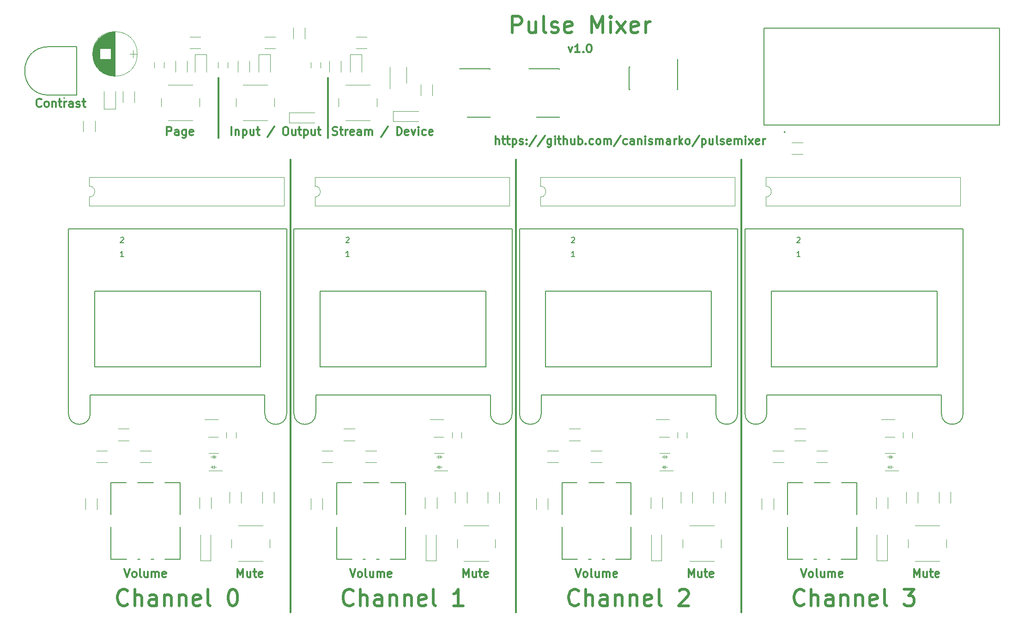
<source format=gbr>
%TF.GenerationSoftware,KiCad,Pcbnew,5.1.6*%
%TF.CreationDate,2020-07-27T09:31:22-05:00*%
%TF.ProjectId,pulsemixer_pcb,70756c73-656d-4697-9865-725f7063622e,rev?*%
%TF.SameCoordinates,Original*%
%TF.FileFunction,Legend,Top*%
%TF.FilePolarity,Positive*%
%FSLAX46Y46*%
G04 Gerber Fmt 4.6, Leading zero omitted, Abs format (unit mm)*
G04 Created by KiCad (PCBNEW 5.1.6) date 2020-07-27 09:31:22*
%MOMM*%
%LPD*%
G01*
G04 APERTURE LIST*
%ADD10C,0.300000*%
%ADD11C,0.500000*%
%ADD12C,0.150000*%
%ADD13C,0.152400*%
%ADD14C,0.120000*%
%ADD15C,0.127000*%
%ADD16C,0.200000*%
%ADD17C,0.050000*%
G04 APERTURE END LIST*
D10*
X145525857Y-58009571D02*
X145525857Y-56509571D01*
X146168714Y-58009571D02*
X146168714Y-57223857D01*
X146097285Y-57081000D01*
X145954428Y-57009571D01*
X145740142Y-57009571D01*
X145597285Y-57081000D01*
X145525857Y-57152428D01*
X146668714Y-57009571D02*
X147240142Y-57009571D01*
X146883000Y-56509571D02*
X146883000Y-57795285D01*
X146954428Y-57938142D01*
X147097285Y-58009571D01*
X147240142Y-58009571D01*
X147525857Y-57009571D02*
X148097285Y-57009571D01*
X147740142Y-56509571D02*
X147740142Y-57795285D01*
X147811571Y-57938142D01*
X147954428Y-58009571D01*
X148097285Y-58009571D01*
X148597285Y-57009571D02*
X148597285Y-58509571D01*
X148597285Y-57081000D02*
X148740142Y-57009571D01*
X149025857Y-57009571D01*
X149168714Y-57081000D01*
X149240142Y-57152428D01*
X149311571Y-57295285D01*
X149311571Y-57723857D01*
X149240142Y-57866714D01*
X149168714Y-57938142D01*
X149025857Y-58009571D01*
X148740142Y-58009571D01*
X148597285Y-57938142D01*
X149883000Y-57938142D02*
X150025857Y-58009571D01*
X150311571Y-58009571D01*
X150454428Y-57938142D01*
X150525857Y-57795285D01*
X150525857Y-57723857D01*
X150454428Y-57581000D01*
X150311571Y-57509571D01*
X150097285Y-57509571D01*
X149954428Y-57438142D01*
X149883000Y-57295285D01*
X149883000Y-57223857D01*
X149954428Y-57081000D01*
X150097285Y-57009571D01*
X150311571Y-57009571D01*
X150454428Y-57081000D01*
X151168714Y-57866714D02*
X151240142Y-57938142D01*
X151168714Y-58009571D01*
X151097285Y-57938142D01*
X151168714Y-57866714D01*
X151168714Y-58009571D01*
X151168714Y-57081000D02*
X151240142Y-57152428D01*
X151168714Y-57223857D01*
X151097285Y-57152428D01*
X151168714Y-57081000D01*
X151168714Y-57223857D01*
X152954428Y-56438142D02*
X151668714Y-58366714D01*
X154525857Y-56438142D02*
X153240142Y-58366714D01*
X155668714Y-57009571D02*
X155668714Y-58223857D01*
X155597285Y-58366714D01*
X155525857Y-58438142D01*
X155383000Y-58509571D01*
X155168714Y-58509571D01*
X155025857Y-58438142D01*
X155668714Y-57938142D02*
X155525857Y-58009571D01*
X155240142Y-58009571D01*
X155097285Y-57938142D01*
X155025857Y-57866714D01*
X154954428Y-57723857D01*
X154954428Y-57295285D01*
X155025857Y-57152428D01*
X155097285Y-57081000D01*
X155240142Y-57009571D01*
X155525857Y-57009571D01*
X155668714Y-57081000D01*
X156383000Y-58009571D02*
X156383000Y-57009571D01*
X156383000Y-56509571D02*
X156311571Y-56581000D01*
X156383000Y-56652428D01*
X156454428Y-56581000D01*
X156383000Y-56509571D01*
X156383000Y-56652428D01*
X156883000Y-57009571D02*
X157454428Y-57009571D01*
X157097285Y-56509571D02*
X157097285Y-57795285D01*
X157168714Y-57938142D01*
X157311571Y-58009571D01*
X157454428Y-58009571D01*
X157954428Y-58009571D02*
X157954428Y-56509571D01*
X158597285Y-58009571D02*
X158597285Y-57223857D01*
X158525857Y-57081000D01*
X158383000Y-57009571D01*
X158168714Y-57009571D01*
X158025857Y-57081000D01*
X157954428Y-57152428D01*
X159954428Y-57009571D02*
X159954428Y-58009571D01*
X159311571Y-57009571D02*
X159311571Y-57795285D01*
X159383000Y-57938142D01*
X159525857Y-58009571D01*
X159740142Y-58009571D01*
X159883000Y-57938142D01*
X159954428Y-57866714D01*
X160668714Y-58009571D02*
X160668714Y-56509571D01*
X160668714Y-57081000D02*
X160811571Y-57009571D01*
X161097285Y-57009571D01*
X161240142Y-57081000D01*
X161311571Y-57152428D01*
X161383000Y-57295285D01*
X161383000Y-57723857D01*
X161311571Y-57866714D01*
X161240142Y-57938142D01*
X161097285Y-58009571D01*
X160811571Y-58009571D01*
X160668714Y-57938142D01*
X162025857Y-57866714D02*
X162097285Y-57938142D01*
X162025857Y-58009571D01*
X161954428Y-57938142D01*
X162025857Y-57866714D01*
X162025857Y-58009571D01*
X163383000Y-57938142D02*
X163240142Y-58009571D01*
X162954428Y-58009571D01*
X162811571Y-57938142D01*
X162740142Y-57866714D01*
X162668714Y-57723857D01*
X162668714Y-57295285D01*
X162740142Y-57152428D01*
X162811571Y-57081000D01*
X162954428Y-57009571D01*
X163240142Y-57009571D01*
X163383000Y-57081000D01*
X164240142Y-58009571D02*
X164097285Y-57938142D01*
X164025857Y-57866714D01*
X163954428Y-57723857D01*
X163954428Y-57295285D01*
X164025857Y-57152428D01*
X164097285Y-57081000D01*
X164240142Y-57009571D01*
X164454428Y-57009571D01*
X164597285Y-57081000D01*
X164668714Y-57152428D01*
X164740142Y-57295285D01*
X164740142Y-57723857D01*
X164668714Y-57866714D01*
X164597285Y-57938142D01*
X164454428Y-58009571D01*
X164240142Y-58009571D01*
X165383000Y-58009571D02*
X165383000Y-57009571D01*
X165383000Y-57152428D02*
X165454428Y-57081000D01*
X165597285Y-57009571D01*
X165811571Y-57009571D01*
X165954428Y-57081000D01*
X166025857Y-57223857D01*
X166025857Y-58009571D01*
X166025857Y-57223857D02*
X166097285Y-57081000D01*
X166240142Y-57009571D01*
X166454428Y-57009571D01*
X166597285Y-57081000D01*
X166668714Y-57223857D01*
X166668714Y-58009571D01*
X168454428Y-56438142D02*
X167168714Y-58366714D01*
X169597285Y-57938142D02*
X169454428Y-58009571D01*
X169168714Y-58009571D01*
X169025857Y-57938142D01*
X168954428Y-57866714D01*
X168883000Y-57723857D01*
X168883000Y-57295285D01*
X168954428Y-57152428D01*
X169025857Y-57081000D01*
X169168714Y-57009571D01*
X169454428Y-57009571D01*
X169597285Y-57081000D01*
X170883000Y-58009571D02*
X170883000Y-57223857D01*
X170811571Y-57081000D01*
X170668714Y-57009571D01*
X170383000Y-57009571D01*
X170240142Y-57081000D01*
X170883000Y-57938142D02*
X170740142Y-58009571D01*
X170383000Y-58009571D01*
X170240142Y-57938142D01*
X170168714Y-57795285D01*
X170168714Y-57652428D01*
X170240142Y-57509571D01*
X170383000Y-57438142D01*
X170740142Y-57438142D01*
X170883000Y-57366714D01*
X171597285Y-57009571D02*
X171597285Y-58009571D01*
X171597285Y-57152428D02*
X171668714Y-57081000D01*
X171811571Y-57009571D01*
X172025857Y-57009571D01*
X172168714Y-57081000D01*
X172240142Y-57223857D01*
X172240142Y-58009571D01*
X172954428Y-58009571D02*
X172954428Y-57009571D01*
X172954428Y-56509571D02*
X172883000Y-56581000D01*
X172954428Y-56652428D01*
X173025857Y-56581000D01*
X172954428Y-56509571D01*
X172954428Y-56652428D01*
X173597285Y-57938142D02*
X173740142Y-58009571D01*
X174025857Y-58009571D01*
X174168714Y-57938142D01*
X174240142Y-57795285D01*
X174240142Y-57723857D01*
X174168714Y-57581000D01*
X174025857Y-57509571D01*
X173811571Y-57509571D01*
X173668714Y-57438142D01*
X173597285Y-57295285D01*
X173597285Y-57223857D01*
X173668714Y-57081000D01*
X173811571Y-57009571D01*
X174025857Y-57009571D01*
X174168714Y-57081000D01*
X174883000Y-58009571D02*
X174883000Y-57009571D01*
X174883000Y-57152428D02*
X174954428Y-57081000D01*
X175097285Y-57009571D01*
X175311571Y-57009571D01*
X175454428Y-57081000D01*
X175525857Y-57223857D01*
X175525857Y-58009571D01*
X175525857Y-57223857D02*
X175597285Y-57081000D01*
X175740142Y-57009571D01*
X175954428Y-57009571D01*
X176097285Y-57081000D01*
X176168714Y-57223857D01*
X176168714Y-58009571D01*
X177525857Y-58009571D02*
X177525857Y-57223857D01*
X177454428Y-57081000D01*
X177311571Y-57009571D01*
X177025857Y-57009571D01*
X176883000Y-57081000D01*
X177525857Y-57938142D02*
X177383000Y-58009571D01*
X177025857Y-58009571D01*
X176883000Y-57938142D01*
X176811571Y-57795285D01*
X176811571Y-57652428D01*
X176883000Y-57509571D01*
X177025857Y-57438142D01*
X177383000Y-57438142D01*
X177525857Y-57366714D01*
X178240142Y-58009571D02*
X178240142Y-57009571D01*
X178240142Y-57295285D02*
X178311571Y-57152428D01*
X178383000Y-57081000D01*
X178525857Y-57009571D01*
X178668714Y-57009571D01*
X179168714Y-58009571D02*
X179168714Y-56509571D01*
X179311571Y-57438142D02*
X179740142Y-58009571D01*
X179740142Y-57009571D02*
X179168714Y-57581000D01*
X180597285Y-58009571D02*
X180454428Y-57938142D01*
X180383000Y-57866714D01*
X180311571Y-57723857D01*
X180311571Y-57295285D01*
X180383000Y-57152428D01*
X180454428Y-57081000D01*
X180597285Y-57009571D01*
X180811571Y-57009571D01*
X180954428Y-57081000D01*
X181025857Y-57152428D01*
X181097285Y-57295285D01*
X181097285Y-57723857D01*
X181025857Y-57866714D01*
X180954428Y-57938142D01*
X180811571Y-58009571D01*
X180597285Y-58009571D01*
X182811571Y-56438142D02*
X181525857Y-58366714D01*
X183311571Y-57009571D02*
X183311571Y-58509571D01*
X183311571Y-57081000D02*
X183454428Y-57009571D01*
X183740142Y-57009571D01*
X183883000Y-57081000D01*
X183954428Y-57152428D01*
X184025857Y-57295285D01*
X184025857Y-57723857D01*
X183954428Y-57866714D01*
X183883000Y-57938142D01*
X183740142Y-58009571D01*
X183454428Y-58009571D01*
X183311571Y-57938142D01*
X185311571Y-57009571D02*
X185311571Y-58009571D01*
X184668714Y-57009571D02*
X184668714Y-57795285D01*
X184740142Y-57938142D01*
X184883000Y-58009571D01*
X185097285Y-58009571D01*
X185240142Y-57938142D01*
X185311571Y-57866714D01*
X186240142Y-58009571D02*
X186097285Y-57938142D01*
X186025857Y-57795285D01*
X186025857Y-56509571D01*
X186740142Y-57938142D02*
X186883000Y-58009571D01*
X187168714Y-58009571D01*
X187311571Y-57938142D01*
X187383000Y-57795285D01*
X187383000Y-57723857D01*
X187311571Y-57581000D01*
X187168714Y-57509571D01*
X186954428Y-57509571D01*
X186811571Y-57438142D01*
X186740142Y-57295285D01*
X186740142Y-57223857D01*
X186811571Y-57081000D01*
X186954428Y-57009571D01*
X187168714Y-57009571D01*
X187311571Y-57081000D01*
X188597285Y-57938142D02*
X188454428Y-58009571D01*
X188168714Y-58009571D01*
X188025857Y-57938142D01*
X187954428Y-57795285D01*
X187954428Y-57223857D01*
X188025857Y-57081000D01*
X188168714Y-57009571D01*
X188454428Y-57009571D01*
X188597285Y-57081000D01*
X188668714Y-57223857D01*
X188668714Y-57366714D01*
X187954428Y-57509571D01*
X189311571Y-58009571D02*
X189311571Y-57009571D01*
X189311571Y-57152428D02*
X189383000Y-57081000D01*
X189525857Y-57009571D01*
X189740142Y-57009571D01*
X189883000Y-57081000D01*
X189954428Y-57223857D01*
X189954428Y-58009571D01*
X189954428Y-57223857D02*
X190025857Y-57081000D01*
X190168714Y-57009571D01*
X190383000Y-57009571D01*
X190525857Y-57081000D01*
X190597285Y-57223857D01*
X190597285Y-58009571D01*
X191311571Y-58009571D02*
X191311571Y-57009571D01*
X191311571Y-56509571D02*
X191240142Y-56581000D01*
X191311571Y-56652428D01*
X191383000Y-56581000D01*
X191311571Y-56509571D01*
X191311571Y-56652428D01*
X191883000Y-58009571D02*
X192668714Y-57009571D01*
X191883000Y-57009571D02*
X192668714Y-58009571D01*
X193811571Y-57938142D02*
X193668714Y-58009571D01*
X193383000Y-58009571D01*
X193240142Y-57938142D01*
X193168714Y-57795285D01*
X193168714Y-57223857D01*
X193240142Y-57081000D01*
X193383000Y-57009571D01*
X193668714Y-57009571D01*
X193811571Y-57081000D01*
X193883000Y-57223857D01*
X193883000Y-57366714D01*
X193168714Y-57509571D01*
X194525857Y-58009571D02*
X194525857Y-57009571D01*
X194525857Y-57295285D02*
X194597285Y-57152428D01*
X194668714Y-57081000D01*
X194811571Y-57009571D01*
X194954428Y-57009571D01*
X158857142Y-40109571D02*
X159214285Y-41109571D01*
X159571428Y-40109571D01*
X160928571Y-41109571D02*
X160071428Y-41109571D01*
X160500000Y-41109571D02*
X160500000Y-39609571D01*
X160357142Y-39823857D01*
X160214285Y-39966714D01*
X160071428Y-40038142D01*
X161571428Y-40966714D02*
X161642857Y-41038142D01*
X161571428Y-41109571D01*
X161500000Y-41038142D01*
X161571428Y-40966714D01*
X161571428Y-41109571D01*
X162571428Y-39609571D02*
X162714285Y-39609571D01*
X162857142Y-39681000D01*
X162928571Y-39752428D01*
X163000000Y-39895285D01*
X163071428Y-40181000D01*
X163071428Y-40538142D01*
X163000000Y-40823857D01*
X162928571Y-40966714D01*
X162857142Y-41038142D01*
X162714285Y-41109571D01*
X162571428Y-41109571D01*
X162428571Y-41038142D01*
X162357142Y-40966714D01*
X162285714Y-40823857D01*
X162214285Y-40538142D01*
X162214285Y-40181000D01*
X162285714Y-39895285D01*
X162357142Y-39752428D01*
X162428571Y-39681000D01*
X162571428Y-39609571D01*
D11*
X148571428Y-37488142D02*
X148571428Y-34488142D01*
X149714285Y-34488142D01*
X150000000Y-34631000D01*
X150142857Y-34773857D01*
X150285714Y-35059571D01*
X150285714Y-35488142D01*
X150142857Y-35773857D01*
X150000000Y-35916714D01*
X149714285Y-36059571D01*
X148571428Y-36059571D01*
X152857142Y-35488142D02*
X152857142Y-37488142D01*
X151571428Y-35488142D02*
X151571428Y-37059571D01*
X151714285Y-37345285D01*
X152000000Y-37488142D01*
X152428571Y-37488142D01*
X152714285Y-37345285D01*
X152857142Y-37202428D01*
X154714285Y-37488142D02*
X154428571Y-37345285D01*
X154285714Y-37059571D01*
X154285714Y-34488142D01*
X155714285Y-37345285D02*
X156000000Y-37488142D01*
X156571428Y-37488142D01*
X156857142Y-37345285D01*
X157000000Y-37059571D01*
X157000000Y-36916714D01*
X156857142Y-36631000D01*
X156571428Y-36488142D01*
X156142857Y-36488142D01*
X155857142Y-36345285D01*
X155714285Y-36059571D01*
X155714285Y-35916714D01*
X155857142Y-35631000D01*
X156142857Y-35488142D01*
X156571428Y-35488142D01*
X156857142Y-35631000D01*
X159428571Y-37345285D02*
X159142857Y-37488142D01*
X158571428Y-37488142D01*
X158285714Y-37345285D01*
X158142857Y-37059571D01*
X158142857Y-35916714D01*
X158285714Y-35631000D01*
X158571428Y-35488142D01*
X159142857Y-35488142D01*
X159428571Y-35631000D01*
X159571428Y-35916714D01*
X159571428Y-36202428D01*
X158142857Y-36488142D01*
X163142857Y-37488142D02*
X163142857Y-34488142D01*
X164142857Y-36631000D01*
X165142857Y-34488142D01*
X165142857Y-37488142D01*
X166571428Y-37488142D02*
X166571428Y-35488142D01*
X166571428Y-34488142D02*
X166428571Y-34631000D01*
X166571428Y-34773857D01*
X166714285Y-34631000D01*
X166571428Y-34488142D01*
X166571428Y-34773857D01*
X167714285Y-37488142D02*
X169285714Y-35488142D01*
X167714285Y-35488142D02*
X169285714Y-37488142D01*
X171571428Y-37345285D02*
X171285714Y-37488142D01*
X170714285Y-37488142D01*
X170428571Y-37345285D01*
X170285714Y-37059571D01*
X170285714Y-35916714D01*
X170428571Y-35631000D01*
X170714285Y-35488142D01*
X171285714Y-35488142D01*
X171571428Y-35631000D01*
X171714285Y-35916714D01*
X171714285Y-36202428D01*
X170285714Y-36488142D01*
X173000000Y-37488142D02*
X173000000Y-35488142D01*
X173000000Y-36059571D02*
X173142857Y-35773857D01*
X173285714Y-35631000D01*
X173571428Y-35488142D01*
X173857142Y-35488142D01*
D10*
X62233000Y-50966714D02*
X62161571Y-51038142D01*
X61947285Y-51109571D01*
X61804428Y-51109571D01*
X61590142Y-51038142D01*
X61447285Y-50895285D01*
X61375857Y-50752428D01*
X61304428Y-50466714D01*
X61304428Y-50252428D01*
X61375857Y-49966714D01*
X61447285Y-49823857D01*
X61590142Y-49681000D01*
X61804428Y-49609571D01*
X61947285Y-49609571D01*
X62161571Y-49681000D01*
X62233000Y-49752428D01*
X63090142Y-51109571D02*
X62947285Y-51038142D01*
X62875857Y-50966714D01*
X62804428Y-50823857D01*
X62804428Y-50395285D01*
X62875857Y-50252428D01*
X62947285Y-50181000D01*
X63090142Y-50109571D01*
X63304428Y-50109571D01*
X63447285Y-50181000D01*
X63518714Y-50252428D01*
X63590142Y-50395285D01*
X63590142Y-50823857D01*
X63518714Y-50966714D01*
X63447285Y-51038142D01*
X63304428Y-51109571D01*
X63090142Y-51109571D01*
X64233000Y-50109571D02*
X64233000Y-51109571D01*
X64233000Y-50252428D02*
X64304428Y-50181000D01*
X64447285Y-50109571D01*
X64661571Y-50109571D01*
X64804428Y-50181000D01*
X64875857Y-50323857D01*
X64875857Y-51109571D01*
X65375857Y-50109571D02*
X65947285Y-50109571D01*
X65590142Y-49609571D02*
X65590142Y-50895285D01*
X65661571Y-51038142D01*
X65804428Y-51109571D01*
X65947285Y-51109571D01*
X66447285Y-51109571D02*
X66447285Y-50109571D01*
X66447285Y-50395285D02*
X66518714Y-50252428D01*
X66590142Y-50181000D01*
X66733000Y-50109571D01*
X66875857Y-50109571D01*
X68018714Y-51109571D02*
X68018714Y-50323857D01*
X67947285Y-50181000D01*
X67804428Y-50109571D01*
X67518714Y-50109571D01*
X67375857Y-50181000D01*
X68018714Y-51038142D02*
X67875857Y-51109571D01*
X67518714Y-51109571D01*
X67375857Y-51038142D01*
X67304428Y-50895285D01*
X67304428Y-50752428D01*
X67375857Y-50609571D01*
X67518714Y-50538142D01*
X67875857Y-50538142D01*
X68018714Y-50466714D01*
X68661571Y-51038142D02*
X68804428Y-51109571D01*
X69090142Y-51109571D01*
X69233000Y-51038142D01*
X69304428Y-50895285D01*
X69304428Y-50823857D01*
X69233000Y-50681000D01*
X69090142Y-50609571D01*
X68875857Y-50609571D01*
X68733000Y-50538142D01*
X68661571Y-50395285D01*
X68661571Y-50323857D01*
X68733000Y-50181000D01*
X68875857Y-50109571D01*
X69090142Y-50109571D01*
X69233000Y-50181000D01*
X69733000Y-50109571D02*
X70304428Y-50109571D01*
X69947285Y-49609571D02*
X69947285Y-50895285D01*
X70018714Y-51038142D01*
X70161571Y-51109571D01*
X70304428Y-51109571D01*
X114784000Y-56846000D02*
X114784000Y-45846000D01*
X94718000Y-56846000D02*
X94718000Y-45846000D01*
X107864000Y-143846000D02*
X107864000Y-60846000D01*
X190536000Y-143846000D02*
X190536000Y-60846000D01*
X149200000Y-143846000D02*
X149200000Y-60846000D01*
X85237142Y-56304571D02*
X85237142Y-54804571D01*
X85808571Y-54804571D01*
X85951428Y-54876000D01*
X86022857Y-54947428D01*
X86094285Y-55090285D01*
X86094285Y-55304571D01*
X86022857Y-55447428D01*
X85951428Y-55518857D01*
X85808571Y-55590285D01*
X85237142Y-55590285D01*
X87380000Y-56304571D02*
X87380000Y-55518857D01*
X87308571Y-55376000D01*
X87165714Y-55304571D01*
X86880000Y-55304571D01*
X86737142Y-55376000D01*
X87380000Y-56233142D02*
X87237142Y-56304571D01*
X86880000Y-56304571D01*
X86737142Y-56233142D01*
X86665714Y-56090285D01*
X86665714Y-55947428D01*
X86737142Y-55804571D01*
X86880000Y-55733142D01*
X87237142Y-55733142D01*
X87380000Y-55661714D01*
X88737142Y-55304571D02*
X88737142Y-56518857D01*
X88665714Y-56661714D01*
X88594285Y-56733142D01*
X88451428Y-56804571D01*
X88237142Y-56804571D01*
X88094285Y-56733142D01*
X88737142Y-56233142D02*
X88594285Y-56304571D01*
X88308571Y-56304571D01*
X88165714Y-56233142D01*
X88094285Y-56161714D01*
X88022857Y-56018857D01*
X88022857Y-55590285D01*
X88094285Y-55447428D01*
X88165714Y-55376000D01*
X88308571Y-55304571D01*
X88594285Y-55304571D01*
X88737142Y-55376000D01*
X90022857Y-56233142D02*
X89880000Y-56304571D01*
X89594285Y-56304571D01*
X89451428Y-56233142D01*
X89380000Y-56090285D01*
X89380000Y-55518857D01*
X89451428Y-55376000D01*
X89594285Y-55304571D01*
X89880000Y-55304571D01*
X90022857Y-55376000D01*
X90094285Y-55518857D01*
X90094285Y-55661714D01*
X89380000Y-55804571D01*
X97084571Y-56304571D02*
X97084571Y-54804571D01*
X97798857Y-55304571D02*
X97798857Y-56304571D01*
X97798857Y-55447428D02*
X97870285Y-55376000D01*
X98013142Y-55304571D01*
X98227428Y-55304571D01*
X98370285Y-55376000D01*
X98441714Y-55518857D01*
X98441714Y-56304571D01*
X99156000Y-55304571D02*
X99156000Y-56804571D01*
X99156000Y-55376000D02*
X99298857Y-55304571D01*
X99584571Y-55304571D01*
X99727428Y-55376000D01*
X99798857Y-55447428D01*
X99870285Y-55590285D01*
X99870285Y-56018857D01*
X99798857Y-56161714D01*
X99727428Y-56233142D01*
X99584571Y-56304571D01*
X99298857Y-56304571D01*
X99156000Y-56233142D01*
X101156000Y-55304571D02*
X101156000Y-56304571D01*
X100513142Y-55304571D02*
X100513142Y-56090285D01*
X100584571Y-56233142D01*
X100727428Y-56304571D01*
X100941714Y-56304571D01*
X101084571Y-56233142D01*
X101156000Y-56161714D01*
X101656000Y-55304571D02*
X102227428Y-55304571D01*
X101870285Y-54804571D02*
X101870285Y-56090285D01*
X101941714Y-56233142D01*
X102084571Y-56304571D01*
X102227428Y-56304571D01*
X104941714Y-54733142D02*
X103656000Y-56661714D01*
X106870285Y-54804571D02*
X107156000Y-54804571D01*
X107298857Y-54876000D01*
X107441714Y-55018857D01*
X107513142Y-55304571D01*
X107513142Y-55804571D01*
X107441714Y-56090285D01*
X107298857Y-56233142D01*
X107156000Y-56304571D01*
X106870285Y-56304571D01*
X106727428Y-56233142D01*
X106584571Y-56090285D01*
X106513142Y-55804571D01*
X106513142Y-55304571D01*
X106584571Y-55018857D01*
X106727428Y-54876000D01*
X106870285Y-54804571D01*
X108798857Y-55304571D02*
X108798857Y-56304571D01*
X108156000Y-55304571D02*
X108156000Y-56090285D01*
X108227428Y-56233142D01*
X108370285Y-56304571D01*
X108584571Y-56304571D01*
X108727428Y-56233142D01*
X108798857Y-56161714D01*
X109298857Y-55304571D02*
X109870285Y-55304571D01*
X109513142Y-54804571D02*
X109513142Y-56090285D01*
X109584571Y-56233142D01*
X109727428Y-56304571D01*
X109870285Y-56304571D01*
X110370285Y-55304571D02*
X110370285Y-56804571D01*
X110370285Y-55376000D02*
X110513142Y-55304571D01*
X110798857Y-55304571D01*
X110941714Y-55376000D01*
X111013142Y-55447428D01*
X111084571Y-55590285D01*
X111084571Y-56018857D01*
X111013142Y-56161714D01*
X110941714Y-56233142D01*
X110798857Y-56304571D01*
X110513142Y-56304571D01*
X110370285Y-56233142D01*
X112370285Y-55304571D02*
X112370285Y-56304571D01*
X111727428Y-55304571D02*
X111727428Y-56090285D01*
X111798857Y-56233142D01*
X111941714Y-56304571D01*
X112156000Y-56304571D01*
X112298857Y-56233142D01*
X112370285Y-56161714D01*
X112870285Y-55304571D02*
X113441714Y-55304571D01*
X113084571Y-54804571D02*
X113084571Y-56090285D01*
X113156000Y-56233142D01*
X113298857Y-56304571D01*
X113441714Y-56304571D01*
X115638428Y-56233142D02*
X115852714Y-56304571D01*
X116209857Y-56304571D01*
X116352714Y-56233142D01*
X116424142Y-56161714D01*
X116495571Y-56018857D01*
X116495571Y-55876000D01*
X116424142Y-55733142D01*
X116352714Y-55661714D01*
X116209857Y-55590285D01*
X115924142Y-55518857D01*
X115781285Y-55447428D01*
X115709857Y-55376000D01*
X115638428Y-55233142D01*
X115638428Y-55090285D01*
X115709857Y-54947428D01*
X115781285Y-54876000D01*
X115924142Y-54804571D01*
X116281285Y-54804571D01*
X116495571Y-54876000D01*
X116924142Y-55304571D02*
X117495571Y-55304571D01*
X117138428Y-54804571D02*
X117138428Y-56090285D01*
X117209857Y-56233142D01*
X117352714Y-56304571D01*
X117495571Y-56304571D01*
X117995571Y-56304571D02*
X117995571Y-55304571D01*
X117995571Y-55590285D02*
X118067000Y-55447428D01*
X118138428Y-55376000D01*
X118281285Y-55304571D01*
X118424142Y-55304571D01*
X119495571Y-56233142D02*
X119352714Y-56304571D01*
X119067000Y-56304571D01*
X118924142Y-56233142D01*
X118852714Y-56090285D01*
X118852714Y-55518857D01*
X118924142Y-55376000D01*
X119067000Y-55304571D01*
X119352714Y-55304571D01*
X119495571Y-55376000D01*
X119567000Y-55518857D01*
X119567000Y-55661714D01*
X118852714Y-55804571D01*
X120852714Y-56304571D02*
X120852714Y-55518857D01*
X120781285Y-55376000D01*
X120638428Y-55304571D01*
X120352714Y-55304571D01*
X120209857Y-55376000D01*
X120852714Y-56233142D02*
X120709857Y-56304571D01*
X120352714Y-56304571D01*
X120209857Y-56233142D01*
X120138428Y-56090285D01*
X120138428Y-55947428D01*
X120209857Y-55804571D01*
X120352714Y-55733142D01*
X120709857Y-55733142D01*
X120852714Y-55661714D01*
X121567000Y-56304571D02*
X121567000Y-55304571D01*
X121567000Y-55447428D02*
X121638428Y-55376000D01*
X121781285Y-55304571D01*
X121995571Y-55304571D01*
X122138428Y-55376000D01*
X122209857Y-55518857D01*
X122209857Y-56304571D01*
X122209857Y-55518857D02*
X122281285Y-55376000D01*
X122424142Y-55304571D01*
X122638428Y-55304571D01*
X122781285Y-55376000D01*
X122852714Y-55518857D01*
X122852714Y-56304571D01*
X125781285Y-54733142D02*
X124495571Y-56661714D01*
X127424142Y-56304571D02*
X127424142Y-54804571D01*
X127781285Y-54804571D01*
X127995571Y-54876000D01*
X128138428Y-55018857D01*
X128209857Y-55161714D01*
X128281285Y-55447428D01*
X128281285Y-55661714D01*
X128209857Y-55947428D01*
X128138428Y-56090285D01*
X127995571Y-56233142D01*
X127781285Y-56304571D01*
X127424142Y-56304571D01*
X129495571Y-56233142D02*
X129352714Y-56304571D01*
X129067000Y-56304571D01*
X128924142Y-56233142D01*
X128852714Y-56090285D01*
X128852714Y-55518857D01*
X128924142Y-55376000D01*
X129067000Y-55304571D01*
X129352714Y-55304571D01*
X129495571Y-55376000D01*
X129567000Y-55518857D01*
X129567000Y-55661714D01*
X128852714Y-55804571D01*
X130067000Y-55304571D02*
X130424142Y-56304571D01*
X130781285Y-55304571D01*
X131352714Y-56304571D02*
X131352714Y-55304571D01*
X131352714Y-54804571D02*
X131281285Y-54876000D01*
X131352714Y-54947428D01*
X131424142Y-54876000D01*
X131352714Y-54804571D01*
X131352714Y-54947428D01*
X132709857Y-56233142D02*
X132567000Y-56304571D01*
X132281285Y-56304571D01*
X132138428Y-56233142D01*
X132067000Y-56161714D01*
X131995571Y-56018857D01*
X131995571Y-55590285D01*
X132067000Y-55447428D01*
X132138428Y-55376000D01*
X132281285Y-55304571D01*
X132567000Y-55304571D01*
X132709857Y-55376000D01*
X133924142Y-56233142D02*
X133781285Y-56304571D01*
X133495571Y-56304571D01*
X133352714Y-56233142D01*
X133281285Y-56090285D01*
X133281285Y-55518857D01*
X133352714Y-55376000D01*
X133495571Y-55304571D01*
X133781285Y-55304571D01*
X133924142Y-55376000D01*
X133995571Y-55518857D01*
X133995571Y-55661714D01*
X133281285Y-55804571D01*
X201471142Y-135896571D02*
X201971142Y-137396571D01*
X202471142Y-135896571D01*
X203185428Y-137396571D02*
X203042571Y-137325142D01*
X202971142Y-137253714D01*
X202899714Y-137110857D01*
X202899714Y-136682285D01*
X202971142Y-136539428D01*
X203042571Y-136468000D01*
X203185428Y-136396571D01*
X203399714Y-136396571D01*
X203542571Y-136468000D01*
X203614000Y-136539428D01*
X203685428Y-136682285D01*
X203685428Y-137110857D01*
X203614000Y-137253714D01*
X203542571Y-137325142D01*
X203399714Y-137396571D01*
X203185428Y-137396571D01*
X204542571Y-137396571D02*
X204399714Y-137325142D01*
X204328285Y-137182285D01*
X204328285Y-135896571D01*
X205756857Y-136396571D02*
X205756857Y-137396571D01*
X205114000Y-136396571D02*
X205114000Y-137182285D01*
X205185428Y-137325142D01*
X205328285Y-137396571D01*
X205542571Y-137396571D01*
X205685428Y-137325142D01*
X205756857Y-137253714D01*
X206471142Y-137396571D02*
X206471142Y-136396571D01*
X206471142Y-136539428D02*
X206542571Y-136468000D01*
X206685428Y-136396571D01*
X206899714Y-136396571D01*
X207042571Y-136468000D01*
X207114000Y-136610857D01*
X207114000Y-137396571D01*
X207114000Y-136610857D02*
X207185428Y-136468000D01*
X207328285Y-136396571D01*
X207542571Y-136396571D01*
X207685428Y-136468000D01*
X207756857Y-136610857D01*
X207756857Y-137396571D01*
X209042571Y-137325142D02*
X208899714Y-137396571D01*
X208614000Y-137396571D01*
X208471142Y-137325142D01*
X208399714Y-137182285D01*
X208399714Y-136610857D01*
X208471142Y-136468000D01*
X208614000Y-136396571D01*
X208899714Y-136396571D01*
X209042571Y-136468000D01*
X209114000Y-136610857D01*
X209114000Y-136753714D01*
X208399714Y-136896571D01*
X222218000Y-137396571D02*
X222218000Y-135896571D01*
X222718000Y-136968000D01*
X223218000Y-135896571D01*
X223218000Y-137396571D01*
X224575142Y-136396571D02*
X224575142Y-137396571D01*
X223932285Y-136396571D02*
X223932285Y-137182285D01*
X224003714Y-137325142D01*
X224146571Y-137396571D01*
X224360857Y-137396571D01*
X224503714Y-137325142D01*
X224575142Y-137253714D01*
X225075142Y-136396571D02*
X225646571Y-136396571D01*
X225289428Y-135896571D02*
X225289428Y-137182285D01*
X225360857Y-137325142D01*
X225503714Y-137396571D01*
X225646571Y-137396571D01*
X226718000Y-137325142D02*
X226575142Y-137396571D01*
X226289428Y-137396571D01*
X226146571Y-137325142D01*
X226075142Y-137182285D01*
X226075142Y-136610857D01*
X226146571Y-136468000D01*
X226289428Y-136396571D01*
X226575142Y-136396571D01*
X226718000Y-136468000D01*
X226789428Y-136610857D01*
X226789428Y-136753714D01*
X226075142Y-136896571D01*
X160135142Y-135896571D02*
X160635142Y-137396571D01*
X161135142Y-135896571D01*
X161849428Y-137396571D02*
X161706571Y-137325142D01*
X161635142Y-137253714D01*
X161563714Y-137110857D01*
X161563714Y-136682285D01*
X161635142Y-136539428D01*
X161706571Y-136468000D01*
X161849428Y-136396571D01*
X162063714Y-136396571D01*
X162206571Y-136468000D01*
X162278000Y-136539428D01*
X162349428Y-136682285D01*
X162349428Y-137110857D01*
X162278000Y-137253714D01*
X162206571Y-137325142D01*
X162063714Y-137396571D01*
X161849428Y-137396571D01*
X163206571Y-137396571D02*
X163063714Y-137325142D01*
X162992285Y-137182285D01*
X162992285Y-135896571D01*
X164420857Y-136396571D02*
X164420857Y-137396571D01*
X163778000Y-136396571D02*
X163778000Y-137182285D01*
X163849428Y-137325142D01*
X163992285Y-137396571D01*
X164206571Y-137396571D01*
X164349428Y-137325142D01*
X164420857Y-137253714D01*
X165135142Y-137396571D02*
X165135142Y-136396571D01*
X165135142Y-136539428D02*
X165206571Y-136468000D01*
X165349428Y-136396571D01*
X165563714Y-136396571D01*
X165706571Y-136468000D01*
X165778000Y-136610857D01*
X165778000Y-137396571D01*
X165778000Y-136610857D02*
X165849428Y-136468000D01*
X165992285Y-136396571D01*
X166206571Y-136396571D01*
X166349428Y-136468000D01*
X166420857Y-136610857D01*
X166420857Y-137396571D01*
X167706571Y-137325142D02*
X167563714Y-137396571D01*
X167278000Y-137396571D01*
X167135142Y-137325142D01*
X167063714Y-137182285D01*
X167063714Y-136610857D01*
X167135142Y-136468000D01*
X167278000Y-136396571D01*
X167563714Y-136396571D01*
X167706571Y-136468000D01*
X167778000Y-136610857D01*
X167778000Y-136753714D01*
X167063714Y-136896571D01*
X180882000Y-137396571D02*
X180882000Y-135896571D01*
X181382000Y-136968000D01*
X181882000Y-135896571D01*
X181882000Y-137396571D01*
X183239142Y-136396571D02*
X183239142Y-137396571D01*
X182596285Y-136396571D02*
X182596285Y-137182285D01*
X182667714Y-137325142D01*
X182810571Y-137396571D01*
X183024857Y-137396571D01*
X183167714Y-137325142D01*
X183239142Y-137253714D01*
X183739142Y-136396571D02*
X184310571Y-136396571D01*
X183953428Y-135896571D02*
X183953428Y-137182285D01*
X184024857Y-137325142D01*
X184167714Y-137396571D01*
X184310571Y-137396571D01*
X185382000Y-137325142D02*
X185239142Y-137396571D01*
X184953428Y-137396571D01*
X184810571Y-137325142D01*
X184739142Y-137182285D01*
X184739142Y-136610857D01*
X184810571Y-136468000D01*
X184953428Y-136396571D01*
X185239142Y-136396571D01*
X185382000Y-136468000D01*
X185453428Y-136610857D01*
X185453428Y-136753714D01*
X184739142Y-136896571D01*
X118799142Y-135896571D02*
X119299142Y-137396571D01*
X119799142Y-135896571D01*
X120513428Y-137396571D02*
X120370571Y-137325142D01*
X120299142Y-137253714D01*
X120227714Y-137110857D01*
X120227714Y-136682285D01*
X120299142Y-136539428D01*
X120370571Y-136468000D01*
X120513428Y-136396571D01*
X120727714Y-136396571D01*
X120870571Y-136468000D01*
X120942000Y-136539428D01*
X121013428Y-136682285D01*
X121013428Y-137110857D01*
X120942000Y-137253714D01*
X120870571Y-137325142D01*
X120727714Y-137396571D01*
X120513428Y-137396571D01*
X121870571Y-137396571D02*
X121727714Y-137325142D01*
X121656285Y-137182285D01*
X121656285Y-135896571D01*
X123084857Y-136396571D02*
X123084857Y-137396571D01*
X122442000Y-136396571D02*
X122442000Y-137182285D01*
X122513428Y-137325142D01*
X122656285Y-137396571D01*
X122870571Y-137396571D01*
X123013428Y-137325142D01*
X123084857Y-137253714D01*
X123799142Y-137396571D02*
X123799142Y-136396571D01*
X123799142Y-136539428D02*
X123870571Y-136468000D01*
X124013428Y-136396571D01*
X124227714Y-136396571D01*
X124370571Y-136468000D01*
X124442000Y-136610857D01*
X124442000Y-137396571D01*
X124442000Y-136610857D02*
X124513428Y-136468000D01*
X124656285Y-136396571D01*
X124870571Y-136396571D01*
X125013428Y-136468000D01*
X125084857Y-136610857D01*
X125084857Y-137396571D01*
X126370571Y-137325142D02*
X126227714Y-137396571D01*
X125942000Y-137396571D01*
X125799142Y-137325142D01*
X125727714Y-137182285D01*
X125727714Y-136610857D01*
X125799142Y-136468000D01*
X125942000Y-136396571D01*
X126227714Y-136396571D01*
X126370571Y-136468000D01*
X126442000Y-136610857D01*
X126442000Y-136753714D01*
X125727714Y-136896571D01*
X139546000Y-137396571D02*
X139546000Y-135896571D01*
X140046000Y-136968000D01*
X140546000Y-135896571D01*
X140546000Y-137396571D01*
X141903142Y-136396571D02*
X141903142Y-137396571D01*
X141260285Y-136396571D02*
X141260285Y-137182285D01*
X141331714Y-137325142D01*
X141474571Y-137396571D01*
X141688857Y-137396571D01*
X141831714Y-137325142D01*
X141903142Y-137253714D01*
X142403142Y-136396571D02*
X142974571Y-136396571D01*
X142617428Y-135896571D02*
X142617428Y-137182285D01*
X142688857Y-137325142D01*
X142831714Y-137396571D01*
X142974571Y-137396571D01*
X144046000Y-137325142D02*
X143903142Y-137396571D01*
X143617428Y-137396571D01*
X143474571Y-137325142D01*
X143403142Y-137182285D01*
X143403142Y-136610857D01*
X143474571Y-136468000D01*
X143617428Y-136396571D01*
X143903142Y-136396571D01*
X144046000Y-136468000D01*
X144117428Y-136610857D01*
X144117428Y-136753714D01*
X143403142Y-136896571D01*
D11*
X119389142Y-142361428D02*
X119246285Y-142504285D01*
X118817714Y-142647142D01*
X118532000Y-142647142D01*
X118103428Y-142504285D01*
X117817714Y-142218571D01*
X117674857Y-141932857D01*
X117532000Y-141361428D01*
X117532000Y-140932857D01*
X117674857Y-140361428D01*
X117817714Y-140075714D01*
X118103428Y-139790000D01*
X118532000Y-139647142D01*
X118817714Y-139647142D01*
X119246285Y-139790000D01*
X119389142Y-139932857D01*
X120674857Y-142647142D02*
X120674857Y-139647142D01*
X121960571Y-142647142D02*
X121960571Y-141075714D01*
X121817714Y-140790000D01*
X121532000Y-140647142D01*
X121103428Y-140647142D01*
X120817714Y-140790000D01*
X120674857Y-140932857D01*
X124674857Y-142647142D02*
X124674857Y-141075714D01*
X124532000Y-140790000D01*
X124246285Y-140647142D01*
X123674857Y-140647142D01*
X123389142Y-140790000D01*
X124674857Y-142504285D02*
X124389142Y-142647142D01*
X123674857Y-142647142D01*
X123389142Y-142504285D01*
X123246285Y-142218571D01*
X123246285Y-141932857D01*
X123389142Y-141647142D01*
X123674857Y-141504285D01*
X124389142Y-141504285D01*
X124674857Y-141361428D01*
X126103428Y-140647142D02*
X126103428Y-142647142D01*
X126103428Y-140932857D02*
X126246285Y-140790000D01*
X126532000Y-140647142D01*
X126960571Y-140647142D01*
X127246285Y-140790000D01*
X127389142Y-141075714D01*
X127389142Y-142647142D01*
X128817714Y-140647142D02*
X128817714Y-142647142D01*
X128817714Y-140932857D02*
X128960571Y-140790000D01*
X129246285Y-140647142D01*
X129674857Y-140647142D01*
X129960571Y-140790000D01*
X130103428Y-141075714D01*
X130103428Y-142647142D01*
X132674857Y-142504285D02*
X132389142Y-142647142D01*
X131817714Y-142647142D01*
X131532000Y-142504285D01*
X131389142Y-142218571D01*
X131389142Y-141075714D01*
X131532000Y-140790000D01*
X131817714Y-140647142D01*
X132389142Y-140647142D01*
X132674857Y-140790000D01*
X132817714Y-141075714D01*
X132817714Y-141361428D01*
X131389142Y-141647142D01*
X134532000Y-142647142D02*
X134246285Y-142504285D01*
X134103428Y-142218571D01*
X134103428Y-139647142D01*
X139532000Y-142647142D02*
X137817714Y-142647142D01*
X138674857Y-142647142D02*
X138674857Y-139647142D01*
X138389142Y-140075714D01*
X138103428Y-140361428D01*
X137817714Y-140504285D01*
D10*
X98210000Y-137396571D02*
X98210000Y-135896571D01*
X98710000Y-136968000D01*
X99210000Y-135896571D01*
X99210000Y-137396571D01*
X100567142Y-136396571D02*
X100567142Y-137396571D01*
X99924285Y-136396571D02*
X99924285Y-137182285D01*
X99995714Y-137325142D01*
X100138571Y-137396571D01*
X100352857Y-137396571D01*
X100495714Y-137325142D01*
X100567142Y-137253714D01*
X101067142Y-136396571D02*
X101638571Y-136396571D01*
X101281428Y-135896571D02*
X101281428Y-137182285D01*
X101352857Y-137325142D01*
X101495714Y-137396571D01*
X101638571Y-137396571D01*
X102710000Y-137325142D02*
X102567142Y-137396571D01*
X102281428Y-137396571D01*
X102138571Y-137325142D01*
X102067142Y-137182285D01*
X102067142Y-136610857D01*
X102138571Y-136468000D01*
X102281428Y-136396571D01*
X102567142Y-136396571D01*
X102710000Y-136468000D01*
X102781428Y-136610857D01*
X102781428Y-136753714D01*
X102067142Y-136896571D01*
X77463142Y-135896571D02*
X77963142Y-137396571D01*
X78463142Y-135896571D01*
X79177428Y-137396571D02*
X79034571Y-137325142D01*
X78963142Y-137253714D01*
X78891714Y-137110857D01*
X78891714Y-136682285D01*
X78963142Y-136539428D01*
X79034571Y-136468000D01*
X79177428Y-136396571D01*
X79391714Y-136396571D01*
X79534571Y-136468000D01*
X79606000Y-136539428D01*
X79677428Y-136682285D01*
X79677428Y-137110857D01*
X79606000Y-137253714D01*
X79534571Y-137325142D01*
X79391714Y-137396571D01*
X79177428Y-137396571D01*
X80534571Y-137396571D02*
X80391714Y-137325142D01*
X80320285Y-137182285D01*
X80320285Y-135896571D01*
X81748857Y-136396571D02*
X81748857Y-137396571D01*
X81106000Y-136396571D02*
X81106000Y-137182285D01*
X81177428Y-137325142D01*
X81320285Y-137396571D01*
X81534571Y-137396571D01*
X81677428Y-137325142D01*
X81748857Y-137253714D01*
X82463142Y-137396571D02*
X82463142Y-136396571D01*
X82463142Y-136539428D02*
X82534571Y-136468000D01*
X82677428Y-136396571D01*
X82891714Y-136396571D01*
X83034571Y-136468000D01*
X83106000Y-136610857D01*
X83106000Y-137396571D01*
X83106000Y-136610857D02*
X83177428Y-136468000D01*
X83320285Y-136396571D01*
X83534571Y-136396571D01*
X83677428Y-136468000D01*
X83748857Y-136610857D01*
X83748857Y-137396571D01*
X85034571Y-137325142D02*
X84891714Y-137396571D01*
X84606000Y-137396571D01*
X84463142Y-137325142D01*
X84391714Y-137182285D01*
X84391714Y-136610857D01*
X84463142Y-136468000D01*
X84606000Y-136396571D01*
X84891714Y-136396571D01*
X85034571Y-136468000D01*
X85106000Y-136610857D01*
X85106000Y-136753714D01*
X84391714Y-136896571D01*
D11*
X202061142Y-142361428D02*
X201918285Y-142504285D01*
X201489714Y-142647142D01*
X201204000Y-142647142D01*
X200775428Y-142504285D01*
X200489714Y-142218571D01*
X200346857Y-141932857D01*
X200204000Y-141361428D01*
X200204000Y-140932857D01*
X200346857Y-140361428D01*
X200489714Y-140075714D01*
X200775428Y-139790000D01*
X201204000Y-139647142D01*
X201489714Y-139647142D01*
X201918285Y-139790000D01*
X202061142Y-139932857D01*
X203346857Y-142647142D02*
X203346857Y-139647142D01*
X204632571Y-142647142D02*
X204632571Y-141075714D01*
X204489714Y-140790000D01*
X204204000Y-140647142D01*
X203775428Y-140647142D01*
X203489714Y-140790000D01*
X203346857Y-140932857D01*
X207346857Y-142647142D02*
X207346857Y-141075714D01*
X207204000Y-140790000D01*
X206918285Y-140647142D01*
X206346857Y-140647142D01*
X206061142Y-140790000D01*
X207346857Y-142504285D02*
X207061142Y-142647142D01*
X206346857Y-142647142D01*
X206061142Y-142504285D01*
X205918285Y-142218571D01*
X205918285Y-141932857D01*
X206061142Y-141647142D01*
X206346857Y-141504285D01*
X207061142Y-141504285D01*
X207346857Y-141361428D01*
X208775428Y-140647142D02*
X208775428Y-142647142D01*
X208775428Y-140932857D02*
X208918285Y-140790000D01*
X209204000Y-140647142D01*
X209632571Y-140647142D01*
X209918285Y-140790000D01*
X210061142Y-141075714D01*
X210061142Y-142647142D01*
X211489714Y-140647142D02*
X211489714Y-142647142D01*
X211489714Y-140932857D02*
X211632571Y-140790000D01*
X211918285Y-140647142D01*
X212346857Y-140647142D01*
X212632571Y-140790000D01*
X212775428Y-141075714D01*
X212775428Y-142647142D01*
X215346857Y-142504285D02*
X215061142Y-142647142D01*
X214489714Y-142647142D01*
X214204000Y-142504285D01*
X214061142Y-142218571D01*
X214061142Y-141075714D01*
X214204000Y-140790000D01*
X214489714Y-140647142D01*
X215061142Y-140647142D01*
X215346857Y-140790000D01*
X215489714Y-141075714D01*
X215489714Y-141361428D01*
X214061142Y-141647142D01*
X217204000Y-142647142D02*
X216918285Y-142504285D01*
X216775428Y-142218571D01*
X216775428Y-139647142D01*
X220346857Y-139647142D02*
X222204000Y-139647142D01*
X221204000Y-140790000D01*
X221632571Y-140790000D01*
X221918285Y-140932857D01*
X222061142Y-141075714D01*
X222204000Y-141361428D01*
X222204000Y-142075714D01*
X222061142Y-142361428D01*
X221918285Y-142504285D01*
X221632571Y-142647142D01*
X220775428Y-142647142D01*
X220489714Y-142504285D01*
X220346857Y-142361428D01*
X160725142Y-142361428D02*
X160582285Y-142504285D01*
X160153714Y-142647142D01*
X159868000Y-142647142D01*
X159439428Y-142504285D01*
X159153714Y-142218571D01*
X159010857Y-141932857D01*
X158868000Y-141361428D01*
X158868000Y-140932857D01*
X159010857Y-140361428D01*
X159153714Y-140075714D01*
X159439428Y-139790000D01*
X159868000Y-139647142D01*
X160153714Y-139647142D01*
X160582285Y-139790000D01*
X160725142Y-139932857D01*
X162010857Y-142647142D02*
X162010857Y-139647142D01*
X163296571Y-142647142D02*
X163296571Y-141075714D01*
X163153714Y-140790000D01*
X162868000Y-140647142D01*
X162439428Y-140647142D01*
X162153714Y-140790000D01*
X162010857Y-140932857D01*
X166010857Y-142647142D02*
X166010857Y-141075714D01*
X165868000Y-140790000D01*
X165582285Y-140647142D01*
X165010857Y-140647142D01*
X164725142Y-140790000D01*
X166010857Y-142504285D02*
X165725142Y-142647142D01*
X165010857Y-142647142D01*
X164725142Y-142504285D01*
X164582285Y-142218571D01*
X164582285Y-141932857D01*
X164725142Y-141647142D01*
X165010857Y-141504285D01*
X165725142Y-141504285D01*
X166010857Y-141361428D01*
X167439428Y-140647142D02*
X167439428Y-142647142D01*
X167439428Y-140932857D02*
X167582285Y-140790000D01*
X167868000Y-140647142D01*
X168296571Y-140647142D01*
X168582285Y-140790000D01*
X168725142Y-141075714D01*
X168725142Y-142647142D01*
X170153714Y-140647142D02*
X170153714Y-142647142D01*
X170153714Y-140932857D02*
X170296571Y-140790000D01*
X170582285Y-140647142D01*
X171010857Y-140647142D01*
X171296571Y-140790000D01*
X171439428Y-141075714D01*
X171439428Y-142647142D01*
X174010857Y-142504285D02*
X173725142Y-142647142D01*
X173153714Y-142647142D01*
X172868000Y-142504285D01*
X172725142Y-142218571D01*
X172725142Y-141075714D01*
X172868000Y-140790000D01*
X173153714Y-140647142D01*
X173725142Y-140647142D01*
X174010857Y-140790000D01*
X174153714Y-141075714D01*
X174153714Y-141361428D01*
X172725142Y-141647142D01*
X175868000Y-142647142D02*
X175582285Y-142504285D01*
X175439428Y-142218571D01*
X175439428Y-139647142D01*
X179153714Y-139932857D02*
X179296571Y-139790000D01*
X179582285Y-139647142D01*
X180296571Y-139647142D01*
X180582285Y-139790000D01*
X180725142Y-139932857D01*
X180868000Y-140218571D01*
X180868000Y-140504285D01*
X180725142Y-140932857D01*
X179010857Y-142647142D01*
X180868000Y-142647142D01*
X78053142Y-142361428D02*
X77910285Y-142504285D01*
X77481714Y-142647142D01*
X77196000Y-142647142D01*
X76767428Y-142504285D01*
X76481714Y-142218571D01*
X76338857Y-141932857D01*
X76196000Y-141361428D01*
X76196000Y-140932857D01*
X76338857Y-140361428D01*
X76481714Y-140075714D01*
X76767428Y-139790000D01*
X77196000Y-139647142D01*
X77481714Y-139647142D01*
X77910285Y-139790000D01*
X78053142Y-139932857D01*
X79338857Y-142647142D02*
X79338857Y-139647142D01*
X80624571Y-142647142D02*
X80624571Y-141075714D01*
X80481714Y-140790000D01*
X80196000Y-140647142D01*
X79767428Y-140647142D01*
X79481714Y-140790000D01*
X79338857Y-140932857D01*
X83338857Y-142647142D02*
X83338857Y-141075714D01*
X83196000Y-140790000D01*
X82910285Y-140647142D01*
X82338857Y-140647142D01*
X82053142Y-140790000D01*
X83338857Y-142504285D02*
X83053142Y-142647142D01*
X82338857Y-142647142D01*
X82053142Y-142504285D01*
X81910285Y-142218571D01*
X81910285Y-141932857D01*
X82053142Y-141647142D01*
X82338857Y-141504285D01*
X83053142Y-141504285D01*
X83338857Y-141361428D01*
X84767428Y-140647142D02*
X84767428Y-142647142D01*
X84767428Y-140932857D02*
X84910285Y-140790000D01*
X85196000Y-140647142D01*
X85624571Y-140647142D01*
X85910285Y-140790000D01*
X86053142Y-141075714D01*
X86053142Y-142647142D01*
X87481714Y-140647142D02*
X87481714Y-142647142D01*
X87481714Y-140932857D02*
X87624571Y-140790000D01*
X87910285Y-140647142D01*
X88338857Y-140647142D01*
X88624571Y-140790000D01*
X88767428Y-141075714D01*
X88767428Y-142647142D01*
X91338857Y-142504285D02*
X91053142Y-142647142D01*
X90481714Y-142647142D01*
X90196000Y-142504285D01*
X90053142Y-142218571D01*
X90053142Y-141075714D01*
X90196000Y-140790000D01*
X90481714Y-140647142D01*
X91053142Y-140647142D01*
X91338857Y-140790000D01*
X91481714Y-141075714D01*
X91481714Y-141361428D01*
X90053142Y-141647142D01*
X93196000Y-142647142D02*
X92910285Y-142504285D01*
X92767428Y-142218571D01*
X92767428Y-139647142D01*
X97196000Y-139647142D02*
X97481714Y-139647142D01*
X97767428Y-139790000D01*
X97910285Y-139932857D01*
X98053142Y-140218571D01*
X98196000Y-140790000D01*
X98196000Y-141504285D01*
X98053142Y-142075714D01*
X97910285Y-142361428D01*
X97767428Y-142504285D01*
X97481714Y-142647142D01*
X97196000Y-142647142D01*
X96910285Y-142504285D01*
X96767428Y-142361428D01*
X96624571Y-142075714D01*
X96481714Y-141504285D01*
X96481714Y-140790000D01*
X96624571Y-140218571D01*
X96767428Y-139932857D01*
X96910285Y-139790000D01*
X97196000Y-139647142D01*
D12*
%TO.C,DS201*%
X102396000Y-98822000D02*
X102396000Y-84922000D01*
X71996000Y-84922000D02*
X71996000Y-98822000D01*
X71996000Y-98822000D02*
X102396000Y-98822000D01*
X71996000Y-84922000D02*
X102396000Y-84922000D01*
X103196000Y-103972000D02*
X103196000Y-107372000D01*
X107196000Y-103972000D02*
X107196000Y-107372000D01*
X71196000Y-107372000D02*
X71196000Y-103972000D01*
X67196000Y-103972000D02*
X67196000Y-107372000D01*
X107196000Y-73472000D02*
X67196000Y-73472000D01*
X107196000Y-103972000D02*
X107196000Y-73472000D01*
X71196000Y-103972000D02*
X103196000Y-103972000D01*
X67196000Y-73472000D02*
X67196000Y-103972000D01*
X107196000Y-107372000D02*
G75*
G02*
X103196000Y-107372000I-2000000J0D01*
G01*
X71196000Y-107372000D02*
G75*
G02*
X67196000Y-107372000I-2000000J0D01*
G01*
%TO.C,DS401*%
X185068000Y-98822000D02*
X185068000Y-84922000D01*
X154668000Y-84922000D02*
X154668000Y-98822000D01*
X154668000Y-98822000D02*
X185068000Y-98822000D01*
X154668000Y-84922000D02*
X185068000Y-84922000D01*
X185868000Y-103972000D02*
X185868000Y-107372000D01*
X189868000Y-103972000D02*
X189868000Y-107372000D01*
X153868000Y-107372000D02*
X153868000Y-103972000D01*
X149868000Y-103972000D02*
X149868000Y-107372000D01*
X189868000Y-73472000D02*
X149868000Y-73472000D01*
X189868000Y-103972000D02*
X189868000Y-73472000D01*
X153868000Y-103972000D02*
X185868000Y-103972000D01*
X149868000Y-73472000D02*
X149868000Y-103972000D01*
X189868000Y-107372000D02*
G75*
G02*
X185868000Y-107372000I-2000000J0D01*
G01*
X153868000Y-107372000D02*
G75*
G02*
X149868000Y-107372000I-2000000J0D01*
G01*
%TO.C,DS501*%
X226404000Y-98822000D02*
X226404000Y-84922000D01*
X196004000Y-84922000D02*
X196004000Y-98822000D01*
X196004000Y-98822000D02*
X226404000Y-98822000D01*
X196004000Y-84922000D02*
X226404000Y-84922000D01*
X227204000Y-103972000D02*
X227204000Y-107372000D01*
X231204000Y-103972000D02*
X231204000Y-107372000D01*
X195204000Y-107372000D02*
X195204000Y-103972000D01*
X191204000Y-103972000D02*
X191204000Y-107372000D01*
X231204000Y-73472000D02*
X191204000Y-73472000D01*
X231204000Y-103972000D02*
X231204000Y-73472000D01*
X195204000Y-103972000D02*
X227204000Y-103972000D01*
X191204000Y-73472000D02*
X191204000Y-103972000D01*
X231204000Y-107372000D02*
G75*
G02*
X227204000Y-107372000I-2000000J0D01*
G01*
X195204000Y-107372000D02*
G75*
G02*
X191204000Y-107372000I-2000000J0D01*
G01*
%TO.C,DS301*%
X143732000Y-98822000D02*
X143732000Y-84922000D01*
X113332000Y-84922000D02*
X113332000Y-98822000D01*
X113332000Y-98822000D02*
X143732000Y-98822000D01*
X113332000Y-84922000D02*
X143732000Y-84922000D01*
X144532000Y-103972000D02*
X144532000Y-107372000D01*
X148532000Y-103972000D02*
X148532000Y-107372000D01*
X112532000Y-107372000D02*
X112532000Y-103972000D01*
X108532000Y-103972000D02*
X108532000Y-107372000D01*
X148532000Y-73472000D02*
X108532000Y-73472000D01*
X148532000Y-103972000D02*
X148532000Y-73472000D01*
X112532000Y-103972000D02*
X144532000Y-103972000D01*
X108532000Y-73472000D02*
X108532000Y-103972000D01*
X148532000Y-107372000D02*
G75*
G02*
X144532000Y-107372000I-2000000J0D01*
G01*
X112532000Y-107372000D02*
G75*
G02*
X108532000Y-107372000I-2000000J0D01*
G01*
D13*
%TO.C,SW201*%
X87657600Y-125888000D02*
X87657600Y-120046000D01*
X75008400Y-128174000D02*
X75008400Y-134143000D01*
X84845744Y-134143000D02*
X87657600Y-134143000D01*
X82345744Y-134143000D02*
X82820256Y-134143000D01*
X79845744Y-134143000D02*
X80320256Y-134143000D01*
X75008400Y-120046000D02*
X75008400Y-125888000D01*
X87657600Y-120046000D02*
X84911036Y-120046000D01*
X87657600Y-134143000D02*
X87657600Y-128174000D01*
X75008400Y-134143000D02*
X77820256Y-134143000D01*
X77754964Y-120046000D02*
X75008400Y-120046000D01*
X82754964Y-120046000D02*
X79911036Y-120046000D01*
%TO.C,SW301*%
X128993600Y-125888000D02*
X128993600Y-120046000D01*
X116344400Y-128174000D02*
X116344400Y-134143000D01*
X126181744Y-134143000D02*
X128993600Y-134143000D01*
X123681744Y-134143000D02*
X124156256Y-134143000D01*
X121181744Y-134143000D02*
X121656256Y-134143000D01*
X116344400Y-120046000D02*
X116344400Y-125888000D01*
X128993600Y-120046000D02*
X126247036Y-120046000D01*
X128993600Y-134143000D02*
X128993600Y-128174000D01*
X116344400Y-134143000D02*
X119156256Y-134143000D01*
X119090964Y-120046000D02*
X116344400Y-120046000D01*
X124090964Y-120046000D02*
X121247036Y-120046000D01*
%TO.C,SW401*%
X170329600Y-125888000D02*
X170329600Y-120046000D01*
X157680400Y-128174000D02*
X157680400Y-134143000D01*
X167517744Y-134143000D02*
X170329600Y-134143000D01*
X165017744Y-134143000D02*
X165492256Y-134143000D01*
X162517744Y-134143000D02*
X162992256Y-134143000D01*
X157680400Y-120046000D02*
X157680400Y-125888000D01*
X170329600Y-120046000D02*
X167583036Y-120046000D01*
X170329600Y-134143000D02*
X170329600Y-128174000D01*
X157680400Y-134143000D02*
X160492256Y-134143000D01*
X160426964Y-120046000D02*
X157680400Y-120046000D01*
X165426964Y-120046000D02*
X162583036Y-120046000D01*
%TO.C,SW501*%
X211665600Y-125888000D02*
X211665600Y-120046000D01*
X199016400Y-128174000D02*
X199016400Y-134143000D01*
X208853744Y-134143000D02*
X211665600Y-134143000D01*
X206353744Y-134143000D02*
X206828256Y-134143000D01*
X203853744Y-134143000D02*
X204328256Y-134143000D01*
X199016400Y-120046000D02*
X199016400Y-125888000D01*
X211665600Y-120046000D02*
X208919036Y-120046000D01*
X211665600Y-134143000D02*
X211665600Y-128174000D01*
X199016400Y-134143000D02*
X201828256Y-134143000D01*
X201762964Y-120046000D02*
X199016400Y-120046000D01*
X206762964Y-120046000D02*
X203919036Y-120046000D01*
D14*
%TO.C,U201*%
X71026000Y-67662000D02*
X71026000Y-69312000D01*
X71026000Y-69312000D02*
X106706000Y-69312000D01*
X106706000Y-69312000D02*
X106706000Y-64012000D01*
X106706000Y-64012000D02*
X71026000Y-64012000D01*
X71026000Y-64012000D02*
X71026000Y-65662000D01*
X71026000Y-65662000D02*
G75*
G02*
X71026000Y-67662000I0J-1000000D01*
G01*
%TO.C,D201*%
X91356000Y-134372000D02*
X93256000Y-134372000D01*
X93256000Y-134372000D02*
X93256000Y-129672000D01*
X91356000Y-134372000D02*
X91356000Y-129672000D01*
%TO.C,SW202*%
X98356000Y-134472000D02*
X102856000Y-134472000D01*
X97106000Y-130472000D02*
X97106000Y-131972000D01*
X102856000Y-127972000D02*
X98356000Y-127972000D01*
X104106000Y-131972000D02*
X104106000Y-130472000D01*
%TO.C,U401*%
X153698000Y-67662000D02*
X153698000Y-69312000D01*
X153698000Y-69312000D02*
X189378000Y-69312000D01*
X189378000Y-69312000D02*
X189378000Y-64012000D01*
X189378000Y-64012000D02*
X153698000Y-64012000D01*
X153698000Y-64012000D02*
X153698000Y-65662000D01*
X153698000Y-65662000D02*
G75*
G02*
X153698000Y-67662000I0J-1000000D01*
G01*
D12*
%TO.C,U102*%
X152995000Y-44130000D02*
X152995000Y-44155000D01*
X157145000Y-44130000D02*
X157145000Y-44245000D01*
X157145000Y-53030000D02*
X157145000Y-52915000D01*
X152995000Y-53030000D02*
X152995000Y-52915000D01*
X152995000Y-44130000D02*
X157145000Y-44130000D01*
X152995000Y-53030000D02*
X157145000Y-53030000D01*
X152995000Y-44155000D02*
X151620000Y-44155000D01*
%TO.C,U101*%
X140295000Y-44130000D02*
X140295000Y-44155000D01*
X144445000Y-44130000D02*
X144445000Y-44245000D01*
X144445000Y-53030000D02*
X144445000Y-52915000D01*
X140295000Y-53030000D02*
X140295000Y-52915000D01*
X140295000Y-44130000D02*
X144445000Y-44130000D01*
X140295000Y-53030000D02*
X144445000Y-53030000D01*
X140295000Y-44155000D02*
X138920000Y-44155000D01*
D14*
%TO.C,C505*%
X220185949Y-110848184D02*
X220185949Y-111848184D01*
X221885949Y-111848184D02*
X221885949Y-110848184D01*
%TO.C,C405*%
X178849949Y-110848184D02*
X178849949Y-111848184D01*
X180549949Y-111848184D02*
X180549949Y-110848184D01*
%TO.C,C305*%
X137513949Y-110848184D02*
X137513949Y-111848184D01*
X139213949Y-111848184D02*
X139213949Y-110848184D01*
%TO.C,C205*%
X96177949Y-110848184D02*
X96177949Y-111848184D01*
X97877949Y-111848184D02*
X97877949Y-110848184D01*
D15*
%TO.C,A101*%
X237874000Y-54422000D02*
X194694000Y-54422000D01*
X237874000Y-36642000D02*
X237874000Y-54422000D01*
X194694000Y-36642000D02*
X237874000Y-36642000D01*
X194694000Y-54422000D02*
X194694000Y-36642000D01*
D16*
X198584000Y-55732000D02*
G75*
G03*
X198584000Y-55732000I-100000J0D01*
G01*
D14*
%TO.C,D109*%
X126694000Y-51882000D02*
X126694000Y-53782000D01*
X126694000Y-53782000D02*
X131394000Y-53782000D01*
X126694000Y-51882000D02*
X131394000Y-51882000D01*
%TO.C,D401*%
X174028000Y-134372000D02*
X175928000Y-134372000D01*
X175928000Y-134372000D02*
X175928000Y-129672000D01*
X174028000Y-134372000D02*
X174028000Y-129672000D01*
%TO.C,D501*%
X215364000Y-134372000D02*
X217264000Y-134372000D01*
X217264000Y-134372000D02*
X217264000Y-129672000D01*
X215364000Y-134372000D02*
X215364000Y-129672000D01*
%TO.C,SW103*%
X117970000Y-53572000D02*
X122470000Y-53572000D01*
X116720000Y-49572000D02*
X116720000Y-51072000D01*
X122470000Y-47072000D02*
X117970000Y-47072000D01*
X123720000Y-51072000D02*
X123720000Y-49572000D01*
%TO.C,SW402*%
X181028000Y-134472000D02*
X185528000Y-134472000D01*
X179778000Y-130472000D02*
X179778000Y-131972000D01*
X185528000Y-127972000D02*
X181028000Y-127972000D01*
X186778000Y-131972000D02*
X186778000Y-130472000D01*
%TO.C,SW502*%
X222364000Y-134472000D02*
X226864000Y-134472000D01*
X221114000Y-130472000D02*
X221114000Y-131972000D01*
X226864000Y-127972000D02*
X222364000Y-127972000D01*
X228114000Y-131972000D02*
X228114000Y-130472000D01*
%TO.C,U501*%
X195034000Y-67662000D02*
X195034000Y-69312000D01*
X195034000Y-69312000D02*
X230714000Y-69312000D01*
X230714000Y-69312000D02*
X230714000Y-64012000D01*
X230714000Y-64012000D02*
X195034000Y-64012000D01*
X195034000Y-64012000D02*
X195034000Y-65662000D01*
X195034000Y-65662000D02*
G75*
G02*
X195034000Y-67662000I0J-1000000D01*
G01*
D15*
%TO.C,RV101*%
X63630000Y-48961000D02*
X68710000Y-48961000D01*
X68710000Y-48961000D02*
X68710000Y-40071000D01*
X63630000Y-40071000D02*
X68710000Y-40071000D01*
D16*
X66530000Y-49516000D02*
G75*
G03*
X66530000Y-49516000I-100000J0D01*
G01*
D15*
X63630000Y-48961000D02*
G75*
G02*
X63630000Y-40071000I0J4445000D01*
G01*
D14*
%TO.C,D301*%
X132692000Y-134372000D02*
X134592000Y-134372000D01*
X134592000Y-134372000D02*
X134592000Y-129672000D01*
X132692000Y-134372000D02*
X132692000Y-129672000D01*
%TO.C,SW302*%
X139692000Y-134472000D02*
X144192000Y-134472000D01*
X138442000Y-130472000D02*
X138442000Y-131972000D01*
X144192000Y-127972000D02*
X139692000Y-127972000D01*
X145442000Y-131972000D02*
X145442000Y-130472000D01*
%TO.C,U301*%
X112362000Y-67662000D02*
X112362000Y-69312000D01*
X112362000Y-69312000D02*
X148042000Y-69312000D01*
X148042000Y-69312000D02*
X148042000Y-64012000D01*
X148042000Y-64012000D02*
X112362000Y-64012000D01*
X112362000Y-64012000D02*
X112362000Y-65662000D01*
X112362000Y-65662000D02*
G75*
G02*
X112362000Y-67662000I0J-1000000D01*
G01*
%TO.C,C104*%
X94654000Y-42934000D02*
X94654000Y-43934000D01*
X96354000Y-43934000D02*
X96354000Y-42934000D01*
%TO.C,C105*%
X84670000Y-43934000D02*
X84670000Y-42934000D01*
X82970000Y-42934000D02*
X82970000Y-43934000D01*
%TO.C,C106*%
X111672000Y-42934000D02*
X111672000Y-43934000D01*
X113372000Y-43934000D02*
X113372000Y-42934000D01*
%TO.C,D101*%
X102064000Y-41488000D02*
X102064000Y-44688000D01*
X104184000Y-44688000D02*
X104184000Y-41488000D01*
X104184000Y-41488000D02*
X102064000Y-41488000D01*
%TO.C,D102*%
X92500000Y-41488000D02*
X90380000Y-41488000D01*
X92500000Y-44688000D02*
X92500000Y-41488000D01*
X90380000Y-41488000D02*
X90380000Y-44688000D01*
%TO.C,D103*%
X120948000Y-41488000D02*
X118828000Y-41488000D01*
X120948000Y-44688000D02*
X120948000Y-41488000D01*
X118828000Y-41488000D02*
X118828000Y-44688000D01*
%TO.C,SW101*%
X99174000Y-53572000D02*
X103674000Y-53572000D01*
X97924000Y-49572000D02*
X97924000Y-51072000D01*
X103674000Y-47072000D02*
X99174000Y-47072000D01*
X104924000Y-51072000D02*
X104924000Y-49572000D01*
%TO.C,SW102*%
X91208000Y-51072000D02*
X91208000Y-49572000D01*
X89958000Y-47072000D02*
X85458000Y-47072000D01*
X84208000Y-49572000D02*
X84208000Y-51072000D01*
X85458000Y-53572000D02*
X89958000Y-53572000D01*
%TO.C,U103*%
X129138000Y-43778000D02*
X129138000Y-46778000D01*
X126138000Y-43778000D02*
X126138000Y-47778000D01*
D17*
%TO.C,D202*%
X94060000Y-115322000D02*
X94314000Y-115322000D01*
X93933000Y-117222000D02*
X94314000Y-117222000D01*
X93552000Y-117476000D02*
X93552000Y-116968000D01*
X93679000Y-115322000D02*
X93298000Y-115322000D01*
X93679000Y-115068000D02*
X94060000Y-115322000D01*
X93552000Y-117222000D02*
X93933000Y-116968000D01*
X93552000Y-117222000D02*
X93298000Y-117222000D01*
X93933000Y-117476000D02*
X93552000Y-117222000D01*
X94060000Y-115068000D02*
X94060000Y-115576000D01*
X94060000Y-115322000D02*
X93679000Y-115576000D01*
X93933000Y-116968000D02*
X93933000Y-117476000D01*
X93679000Y-115576000D02*
X93679000Y-115068000D01*
D14*
X94706000Y-114662000D02*
X92906000Y-114662000D01*
X92906000Y-117882000D02*
X95356000Y-117882000D01*
%TO.C,D302*%
X134242000Y-117882000D02*
X136692000Y-117882000D01*
X136042000Y-114662000D02*
X134242000Y-114662000D01*
D17*
X135015000Y-115576000D02*
X135015000Y-115068000D01*
X135269000Y-116968000D02*
X135269000Y-117476000D01*
X135396000Y-115322000D02*
X135015000Y-115576000D01*
X135396000Y-115068000D02*
X135396000Y-115576000D01*
X135269000Y-117476000D02*
X134888000Y-117222000D01*
X134888000Y-117222000D02*
X134634000Y-117222000D01*
X134888000Y-117222000D02*
X135269000Y-116968000D01*
X135015000Y-115068000D02*
X135396000Y-115322000D01*
X135015000Y-115322000D02*
X134634000Y-115322000D01*
X134888000Y-117476000D02*
X134888000Y-116968000D01*
X135269000Y-117222000D02*
X135650000Y-117222000D01*
X135396000Y-115322000D02*
X135650000Y-115322000D01*
%TO.C,D402*%
X176732000Y-115322000D02*
X176986000Y-115322000D01*
X176605000Y-117222000D02*
X176986000Y-117222000D01*
X176224000Y-117476000D02*
X176224000Y-116968000D01*
X176351000Y-115322000D02*
X175970000Y-115322000D01*
X176351000Y-115068000D02*
X176732000Y-115322000D01*
X176224000Y-117222000D02*
X176605000Y-116968000D01*
X176224000Y-117222000D02*
X175970000Y-117222000D01*
X176605000Y-117476000D02*
X176224000Y-117222000D01*
X176732000Y-115068000D02*
X176732000Y-115576000D01*
X176732000Y-115322000D02*
X176351000Y-115576000D01*
X176605000Y-116968000D02*
X176605000Y-117476000D01*
X176351000Y-115576000D02*
X176351000Y-115068000D01*
D14*
X177378000Y-114662000D02*
X175578000Y-114662000D01*
X175578000Y-117882000D02*
X178028000Y-117882000D01*
%TO.C,D502*%
X216914000Y-117882000D02*
X219364000Y-117882000D01*
X218714000Y-114662000D02*
X216914000Y-114662000D01*
D17*
X217687000Y-115576000D02*
X217687000Y-115068000D01*
X217941000Y-116968000D02*
X217941000Y-117476000D01*
X218068000Y-115322000D02*
X217687000Y-115576000D01*
X218068000Y-115068000D02*
X218068000Y-115576000D01*
X217941000Y-117476000D02*
X217560000Y-117222000D01*
X217560000Y-117222000D02*
X217306000Y-117222000D01*
X217560000Y-117222000D02*
X217941000Y-116968000D01*
X217687000Y-115068000D02*
X218068000Y-115322000D01*
X217687000Y-115322000D02*
X217306000Y-115322000D01*
X217560000Y-117476000D02*
X217560000Y-116968000D01*
X217941000Y-117222000D02*
X218322000Y-117222000D01*
X218068000Y-115322000D02*
X218322000Y-115322000D01*
D14*
%TO.C,U202*%
X92825949Y-111688184D02*
X94625949Y-111688184D01*
X94625949Y-108468184D02*
X92175949Y-108468184D01*
%TO.C,U302*%
X135961949Y-108468184D02*
X133511949Y-108468184D01*
X134161949Y-111688184D02*
X135961949Y-111688184D01*
%TO.C,U402*%
X175497949Y-111688184D02*
X177297949Y-111688184D01*
X177297949Y-108468184D02*
X174847949Y-108468184D01*
%TO.C,U502*%
X218633949Y-108468184D02*
X216183949Y-108468184D01*
X216833949Y-111688184D02*
X218633949Y-111688184D01*
%TO.C,D104*%
X75793000Y-51476000D02*
X75793000Y-48276000D01*
X73673000Y-48276000D02*
X73673000Y-51476000D01*
X73673000Y-51476000D02*
X75793000Y-51476000D01*
%TO.C,C101*%
X79070000Y-42052000D02*
X79070000Y-40752000D01*
X79670000Y-41402000D02*
X78470000Y-41402000D01*
X71639000Y-41648000D02*
X71639000Y-41156000D01*
X71679000Y-42000000D02*
X71679000Y-40804000D01*
X71719000Y-42216000D02*
X71719000Y-40588000D01*
X71759000Y-42385000D02*
X71759000Y-40419000D01*
X71799000Y-42529000D02*
X71799000Y-40275000D01*
X71839000Y-42656000D02*
X71839000Y-40148000D01*
X71879000Y-42771000D02*
X71879000Y-40033000D01*
X71919000Y-42875000D02*
X71919000Y-39929000D01*
X71959000Y-42972000D02*
X71959000Y-39832000D01*
X71999000Y-43062000D02*
X71999000Y-39742000D01*
X72039000Y-43147000D02*
X72039000Y-39657000D01*
X72079000Y-43228000D02*
X72079000Y-39576000D01*
X72119000Y-43304000D02*
X72119000Y-39500000D01*
X72159000Y-43376000D02*
X72159000Y-39428000D01*
X72199000Y-43445000D02*
X72199000Y-39359000D01*
X72239000Y-43511000D02*
X72239000Y-39293000D01*
X72279000Y-43575000D02*
X72279000Y-39229000D01*
X72319000Y-43636000D02*
X72319000Y-39168000D01*
X72359000Y-43695000D02*
X72359000Y-39109000D01*
X72399000Y-43751000D02*
X72399000Y-39053000D01*
X72439000Y-43806000D02*
X72439000Y-38998000D01*
X72479000Y-43859000D02*
X72479000Y-38945000D01*
X72519000Y-43910000D02*
X72519000Y-38894000D01*
X72559000Y-43959000D02*
X72559000Y-38845000D01*
X72599000Y-44007000D02*
X72599000Y-38797000D01*
X72639000Y-44054000D02*
X72639000Y-38750000D01*
X72679000Y-44099000D02*
X72679000Y-38705000D01*
X72719000Y-44142000D02*
X72719000Y-38662000D01*
X72759000Y-44185000D02*
X72759000Y-38619000D01*
X72799000Y-44226000D02*
X72799000Y-38578000D01*
X72839000Y-44267000D02*
X72839000Y-38537000D01*
X72879000Y-44306000D02*
X72879000Y-38498000D01*
X72919000Y-44344000D02*
X72919000Y-38460000D01*
X72959000Y-44381000D02*
X72959000Y-38423000D01*
X72999000Y-40422000D02*
X72999000Y-38387000D01*
X72999000Y-44417000D02*
X72999000Y-42382000D01*
X73039000Y-40422000D02*
X73039000Y-38352000D01*
X73039000Y-44452000D02*
X73039000Y-42382000D01*
X73079000Y-40422000D02*
X73079000Y-38318000D01*
X73079000Y-44486000D02*
X73079000Y-42382000D01*
X73119000Y-40422000D02*
X73119000Y-38284000D01*
X73119000Y-44520000D02*
X73119000Y-42382000D01*
X73159000Y-40422000D02*
X73159000Y-38252000D01*
X73159000Y-44552000D02*
X73159000Y-42382000D01*
X73199000Y-40422000D02*
X73199000Y-38220000D01*
X73199000Y-44584000D02*
X73199000Y-42382000D01*
X73239000Y-40422000D02*
X73239000Y-38189000D01*
X73239000Y-44615000D02*
X73239000Y-42382000D01*
X73279000Y-40422000D02*
X73279000Y-38159000D01*
X73279000Y-44645000D02*
X73279000Y-42382000D01*
X73319000Y-40422000D02*
X73319000Y-38130000D01*
X73319000Y-44674000D02*
X73319000Y-42382000D01*
X73359000Y-40422000D02*
X73359000Y-38101000D01*
X73359000Y-44703000D02*
X73359000Y-42382000D01*
X73399000Y-40422000D02*
X73399000Y-38073000D01*
X73399000Y-44731000D02*
X73399000Y-42382000D01*
X73439000Y-40422000D02*
X73439000Y-38046000D01*
X73439000Y-44758000D02*
X73439000Y-42382000D01*
X73479000Y-40422000D02*
X73479000Y-38019000D01*
X73479000Y-44785000D02*
X73479000Y-42382000D01*
X73519000Y-40422000D02*
X73519000Y-37994000D01*
X73519000Y-44810000D02*
X73519000Y-42382000D01*
X73559000Y-40422000D02*
X73559000Y-37968000D01*
X73559000Y-44836000D02*
X73559000Y-42382000D01*
X73599000Y-40422000D02*
X73599000Y-37944000D01*
X73599000Y-44860000D02*
X73599000Y-42382000D01*
X73639000Y-40422000D02*
X73639000Y-37920000D01*
X73639000Y-44884000D02*
X73639000Y-42382000D01*
X73679000Y-40422000D02*
X73679000Y-37897000D01*
X73679000Y-44907000D02*
X73679000Y-42382000D01*
X73719000Y-40422000D02*
X73719000Y-37874000D01*
X73719000Y-44930000D02*
X73719000Y-42382000D01*
X73759000Y-40422000D02*
X73759000Y-37852000D01*
X73759000Y-44952000D02*
X73759000Y-42382000D01*
X73799000Y-40422000D02*
X73799000Y-37830000D01*
X73799000Y-44974000D02*
X73799000Y-42382000D01*
X73839000Y-40422000D02*
X73839000Y-37809000D01*
X73839000Y-44995000D02*
X73839000Y-42382000D01*
X73879000Y-40422000D02*
X73879000Y-37789000D01*
X73879000Y-45015000D02*
X73879000Y-42382000D01*
X73919000Y-40422000D02*
X73919000Y-37769000D01*
X73919000Y-45035000D02*
X73919000Y-42382000D01*
X73959000Y-40422000D02*
X73959000Y-37750000D01*
X73959000Y-45054000D02*
X73959000Y-42382000D01*
X73999000Y-40422000D02*
X73999000Y-37731000D01*
X73999000Y-45073000D02*
X73999000Y-42382000D01*
X74039000Y-40422000D02*
X74039000Y-37712000D01*
X74039000Y-45092000D02*
X74039000Y-42382000D01*
X74079000Y-40422000D02*
X74079000Y-37695000D01*
X74079000Y-45109000D02*
X74079000Y-42382000D01*
X74119000Y-40422000D02*
X74119000Y-37677000D01*
X74119000Y-45127000D02*
X74119000Y-42382000D01*
X74159000Y-40422000D02*
X74159000Y-37661000D01*
X74159000Y-45143000D02*
X74159000Y-42382000D01*
X74199000Y-40422000D02*
X74199000Y-37644000D01*
X74199000Y-45160000D02*
X74199000Y-42382000D01*
X74239000Y-40422000D02*
X74239000Y-37629000D01*
X74239000Y-45175000D02*
X74239000Y-42382000D01*
X74279000Y-40422000D02*
X74279000Y-37613000D01*
X74279000Y-45191000D02*
X74279000Y-42382000D01*
X74319000Y-40422000D02*
X74319000Y-37599000D01*
X74319000Y-45205000D02*
X74319000Y-42382000D01*
X74359000Y-40422000D02*
X74359000Y-37584000D01*
X74359000Y-45220000D02*
X74359000Y-42382000D01*
X74399000Y-40422000D02*
X74399000Y-37570000D01*
X74399000Y-45234000D02*
X74399000Y-42382000D01*
X74439000Y-40422000D02*
X74439000Y-37557000D01*
X74439000Y-45247000D02*
X74439000Y-42382000D01*
X74479000Y-40422000D02*
X74479000Y-37544000D01*
X74479000Y-45260000D02*
X74479000Y-42382000D01*
X74519000Y-40422000D02*
X74519000Y-37532000D01*
X74519000Y-45272000D02*
X74519000Y-42382000D01*
X74559000Y-40422000D02*
X74559000Y-37519000D01*
X74559000Y-45285000D02*
X74559000Y-42382000D01*
X74599000Y-40422000D02*
X74599000Y-37508000D01*
X74599000Y-45296000D02*
X74599000Y-42382000D01*
X74639000Y-40422000D02*
X74639000Y-37497000D01*
X74639000Y-45307000D02*
X74639000Y-42382000D01*
X74679000Y-40422000D02*
X74679000Y-37486000D01*
X74679000Y-45318000D02*
X74679000Y-42382000D01*
X74719000Y-40422000D02*
X74719000Y-37476000D01*
X74719000Y-45328000D02*
X74719000Y-42382000D01*
X74759000Y-40422000D02*
X74759000Y-37466000D01*
X74759000Y-45338000D02*
X74759000Y-42382000D01*
X74799000Y-40422000D02*
X74799000Y-37456000D01*
X74799000Y-45348000D02*
X74799000Y-42382000D01*
X74839000Y-40422000D02*
X74839000Y-37447000D01*
X74839000Y-45357000D02*
X74839000Y-42382000D01*
X74879000Y-40422000D02*
X74879000Y-37439000D01*
X74879000Y-45365000D02*
X74879000Y-42382000D01*
X74919000Y-40422000D02*
X74919000Y-37431000D01*
X74919000Y-45373000D02*
X74919000Y-42382000D01*
X74959000Y-45381000D02*
X74959000Y-37423000D01*
X74999000Y-45389000D02*
X74999000Y-37415000D01*
X75040000Y-45396000D02*
X75040000Y-37408000D01*
X75080000Y-45402000D02*
X75080000Y-37402000D01*
X75120000Y-45408000D02*
X75120000Y-37396000D01*
X75160000Y-45414000D02*
X75160000Y-37390000D01*
X75200000Y-45419000D02*
X75200000Y-37385000D01*
X75240000Y-45424000D02*
X75240000Y-37380000D01*
X75280000Y-45429000D02*
X75280000Y-37375000D01*
X75320000Y-45433000D02*
X75320000Y-37371000D01*
X75360000Y-45437000D02*
X75360000Y-37367000D01*
X75400000Y-45440000D02*
X75400000Y-37364000D01*
X75440000Y-45443000D02*
X75440000Y-37361000D01*
X75480000Y-45445000D02*
X75480000Y-37359000D01*
X75520000Y-45448000D02*
X75520000Y-37356000D01*
X75560000Y-45449000D02*
X75560000Y-37355000D01*
X75600000Y-45451000D02*
X75600000Y-37353000D01*
X75640000Y-45452000D02*
X75640000Y-37352000D01*
X75680000Y-45452000D02*
X75680000Y-37352000D01*
X75720000Y-45452000D02*
X75720000Y-37352000D01*
X79810000Y-41402000D02*
G75*
G03*
X79810000Y-41402000I-4090000J0D01*
G01*
%TO.C,R101*%
X199790000Y-57670000D02*
X201790000Y-57670000D01*
X201790000Y-59810000D02*
X199790000Y-59810000D01*
%TO.C,R102*%
X72066000Y-53676000D02*
X72066000Y-55676000D01*
X69926000Y-55676000D02*
X69926000Y-53676000D01*
%TO.C,R103*%
X100384000Y-42688000D02*
X100384000Y-44688000D01*
X98244000Y-44688000D02*
X98244000Y-42688000D01*
%TO.C,R104*%
X121904000Y-40440000D02*
X119904000Y-40440000D01*
X119904000Y-38300000D02*
X121904000Y-38300000D01*
%TO.C,R105*%
X115008000Y-44688000D02*
X115008000Y-42688000D01*
X117148000Y-42688000D02*
X117148000Y-44688000D01*
%TO.C,R106*%
X131772000Y-49006000D02*
X131772000Y-47006000D01*
X133912000Y-47006000D02*
X133912000Y-49006000D01*
%TO.C,R107*%
X86814000Y-44688000D02*
X86814000Y-42688000D01*
X88954000Y-42688000D02*
X88954000Y-44688000D01*
%TO.C,R108*%
X105140000Y-40440000D02*
X103140000Y-40440000D01*
X103140000Y-38300000D02*
X105140000Y-38300000D01*
%TO.C,R109*%
X89424000Y-38300000D02*
X91424000Y-38300000D01*
X91424000Y-40440000D02*
X89424000Y-40440000D01*
%TO.C,R110*%
X77162000Y-50276000D02*
X77162000Y-48276000D01*
X79302000Y-48276000D02*
X79302000Y-50276000D01*
%TO.C,R201*%
X72426000Y-122972000D02*
X72426000Y-124972000D01*
X70286000Y-124972000D02*
X70286000Y-122972000D01*
%TO.C,R202*%
X93376000Y-122772000D02*
X93376000Y-124772000D01*
X91236000Y-124772000D02*
X91236000Y-122772000D01*
%TO.C,R203*%
X104876000Y-121772000D02*
X104876000Y-123772000D01*
X102736000Y-123772000D02*
X102736000Y-121772000D01*
%TO.C,R204*%
X78306000Y-112342000D02*
X76306000Y-112342000D01*
X76306000Y-110202000D02*
X78306000Y-110202000D01*
%TO.C,R205*%
X72306000Y-114202000D02*
X74306000Y-114202000D01*
X74306000Y-116342000D02*
X72306000Y-116342000D01*
%TO.C,R206*%
X96736000Y-123772000D02*
X96736000Y-121772000D01*
X98876000Y-121772000D02*
X98876000Y-123772000D01*
%TO.C,R207*%
X80306000Y-114202000D02*
X82306000Y-114202000D01*
X82306000Y-116342000D02*
X80306000Y-116342000D01*
%TO.C,R301*%
X113762000Y-122972000D02*
X113762000Y-124972000D01*
X111622000Y-124972000D02*
X111622000Y-122972000D01*
%TO.C,R302*%
X134712000Y-122772000D02*
X134712000Y-124772000D01*
X132572000Y-124772000D02*
X132572000Y-122772000D01*
%TO.C,R303*%
X146212000Y-121772000D02*
X146212000Y-123772000D01*
X144072000Y-123772000D02*
X144072000Y-121772000D01*
%TO.C,R304*%
X119642000Y-112342000D02*
X117642000Y-112342000D01*
X117642000Y-110202000D02*
X119642000Y-110202000D01*
%TO.C,R305*%
X115642000Y-116342000D02*
X113642000Y-116342000D01*
X113642000Y-114202000D02*
X115642000Y-114202000D01*
%TO.C,R306*%
X140212000Y-121772000D02*
X140212000Y-123772000D01*
X138072000Y-123772000D02*
X138072000Y-121772000D01*
%TO.C,R307*%
X121642000Y-114202000D02*
X123642000Y-114202000D01*
X123642000Y-116342000D02*
X121642000Y-116342000D01*
%TO.C,R401*%
X155098000Y-122972000D02*
X155098000Y-124972000D01*
X152958000Y-124972000D02*
X152958000Y-122972000D01*
%TO.C,R402*%
X173908000Y-124772000D02*
X173908000Y-122772000D01*
X176048000Y-122772000D02*
X176048000Y-124772000D01*
%TO.C,R403*%
X187548000Y-121772000D02*
X187548000Y-123772000D01*
X185408000Y-123772000D02*
X185408000Y-121772000D01*
%TO.C,R404*%
X160978000Y-112342000D02*
X158978000Y-112342000D01*
X158978000Y-110202000D02*
X160978000Y-110202000D01*
%TO.C,R405*%
X154978000Y-114202000D02*
X156978000Y-114202000D01*
X156978000Y-116342000D02*
X154978000Y-116342000D01*
%TO.C,R406*%
X181548000Y-121772000D02*
X181548000Y-123772000D01*
X179408000Y-123772000D02*
X179408000Y-121772000D01*
%TO.C,R407*%
X162978000Y-114202000D02*
X164978000Y-114202000D01*
X164978000Y-116342000D02*
X162978000Y-116342000D01*
%TO.C,R501*%
X194294000Y-124972000D02*
X194294000Y-122972000D01*
X196434000Y-122972000D02*
X196434000Y-124972000D01*
%TO.C,R502*%
X217384000Y-122772000D02*
X217384000Y-124772000D01*
X215244000Y-124772000D02*
X215244000Y-122772000D01*
%TO.C,R503*%
X226744000Y-123772000D02*
X226744000Y-121772000D01*
X228884000Y-121772000D02*
X228884000Y-123772000D01*
%TO.C,R504*%
X202314000Y-112342000D02*
X200314000Y-112342000D01*
X200314000Y-110202000D02*
X202314000Y-110202000D01*
%TO.C,R505*%
X196314000Y-114202000D02*
X198314000Y-114202000D01*
X198314000Y-116342000D02*
X196314000Y-116342000D01*
%TO.C,R506*%
X222884000Y-121772000D02*
X222884000Y-123772000D01*
X220744000Y-123772000D02*
X220744000Y-121772000D01*
%TO.C,R507*%
X204314000Y-114202000D02*
X206314000Y-114202000D01*
X206314000Y-116342000D02*
X204314000Y-116342000D01*
%TO.C,D105*%
X107644000Y-52136000D02*
X107644000Y-54036000D01*
X107644000Y-54036000D02*
X112344000Y-54036000D01*
X107644000Y-52136000D02*
X112344000Y-52136000D01*
%TO.C,R111*%
X110544000Y-36592000D02*
X110544000Y-38592000D01*
X108404000Y-38592000D02*
X108404000Y-36592000D01*
D12*
%TO.C,U104*%
X178883000Y-43756000D02*
X178858000Y-43756000D01*
X178883000Y-47906000D02*
X178768000Y-47906000D01*
X169983000Y-47906000D02*
X170098000Y-47906000D01*
X169983000Y-43756000D02*
X170098000Y-43756000D01*
X178883000Y-43756000D02*
X178883000Y-47906000D01*
X169983000Y-43756000D02*
X169983000Y-47906000D01*
X178858000Y-43756000D02*
X178858000Y-42381000D01*
%TO.C,DS201*%
X76750285Y-75149619D02*
X76797904Y-75102000D01*
X76893142Y-75054380D01*
X77131238Y-75054380D01*
X77226476Y-75102000D01*
X77274095Y-75149619D01*
X77321714Y-75244857D01*
X77321714Y-75340095D01*
X77274095Y-75482952D01*
X76702666Y-76054380D01*
X77321714Y-76054380D01*
X77321714Y-78594380D02*
X76750285Y-78594380D01*
X77036000Y-78594380D02*
X77036000Y-77594380D01*
X76940761Y-77737238D01*
X76845523Y-77832476D01*
X76750285Y-77880095D01*
X76750285Y-75149619D02*
X76797904Y-75102000D01*
X76893142Y-75054380D01*
X77131238Y-75054380D01*
X77226476Y-75102000D01*
X77274095Y-75149619D01*
X77321714Y-75244857D01*
X77321714Y-75340095D01*
X77274095Y-75482952D01*
X76702666Y-76054380D01*
X77321714Y-76054380D01*
X77321714Y-78594380D02*
X76750285Y-78594380D01*
X77036000Y-78594380D02*
X77036000Y-77594380D01*
X76940761Y-77737238D01*
X76845523Y-77832476D01*
X76750285Y-77880095D01*
%TO.C,DS401*%
X159422285Y-75149619D02*
X159469904Y-75102000D01*
X159565142Y-75054380D01*
X159803238Y-75054380D01*
X159898476Y-75102000D01*
X159946095Y-75149619D01*
X159993714Y-75244857D01*
X159993714Y-75340095D01*
X159946095Y-75482952D01*
X159374666Y-76054380D01*
X159993714Y-76054380D01*
X159993714Y-78594380D02*
X159422285Y-78594380D01*
X159708000Y-78594380D02*
X159708000Y-77594380D01*
X159612761Y-77737238D01*
X159517523Y-77832476D01*
X159422285Y-77880095D01*
X159422285Y-75149619D02*
X159469904Y-75102000D01*
X159565142Y-75054380D01*
X159803238Y-75054380D01*
X159898476Y-75102000D01*
X159946095Y-75149619D01*
X159993714Y-75244857D01*
X159993714Y-75340095D01*
X159946095Y-75482952D01*
X159374666Y-76054380D01*
X159993714Y-76054380D01*
X159993714Y-78594380D02*
X159422285Y-78594380D01*
X159708000Y-78594380D02*
X159708000Y-77594380D01*
X159612761Y-77737238D01*
X159517523Y-77832476D01*
X159422285Y-77880095D01*
%TO.C,DS501*%
X200758285Y-75149619D02*
X200805904Y-75102000D01*
X200901142Y-75054380D01*
X201139238Y-75054380D01*
X201234476Y-75102000D01*
X201282095Y-75149619D01*
X201329714Y-75244857D01*
X201329714Y-75340095D01*
X201282095Y-75482952D01*
X200710666Y-76054380D01*
X201329714Y-76054380D01*
X201329714Y-78594380D02*
X200758285Y-78594380D01*
X201044000Y-78594380D02*
X201044000Y-77594380D01*
X200948761Y-77737238D01*
X200853523Y-77832476D01*
X200758285Y-77880095D01*
X200758285Y-75149619D02*
X200805904Y-75102000D01*
X200901142Y-75054380D01*
X201139238Y-75054380D01*
X201234476Y-75102000D01*
X201282095Y-75149619D01*
X201329714Y-75244857D01*
X201329714Y-75340095D01*
X201282095Y-75482952D01*
X200710666Y-76054380D01*
X201329714Y-76054380D01*
X201329714Y-78594380D02*
X200758285Y-78594380D01*
X201044000Y-78594380D02*
X201044000Y-77594380D01*
X200948761Y-77737238D01*
X200853523Y-77832476D01*
X200758285Y-77880095D01*
%TO.C,DS301*%
X118086285Y-75149619D02*
X118133904Y-75102000D01*
X118229142Y-75054380D01*
X118467238Y-75054380D01*
X118562476Y-75102000D01*
X118610095Y-75149619D01*
X118657714Y-75244857D01*
X118657714Y-75340095D01*
X118610095Y-75482952D01*
X118038666Y-76054380D01*
X118657714Y-76054380D01*
X118657714Y-78594380D02*
X118086285Y-78594380D01*
X118372000Y-78594380D02*
X118372000Y-77594380D01*
X118276761Y-77737238D01*
X118181523Y-77832476D01*
X118086285Y-77880095D01*
X118086285Y-75149619D02*
X118133904Y-75102000D01*
X118229142Y-75054380D01*
X118467238Y-75054380D01*
X118562476Y-75102000D01*
X118610095Y-75149619D01*
X118657714Y-75244857D01*
X118657714Y-75340095D01*
X118610095Y-75482952D01*
X118038666Y-76054380D01*
X118657714Y-76054380D01*
X118657714Y-78594380D02*
X118086285Y-78594380D01*
X118372000Y-78594380D02*
X118372000Y-77594380D01*
X118276761Y-77737238D01*
X118181523Y-77832476D01*
X118086285Y-77880095D01*
%TD*%
M02*

</source>
